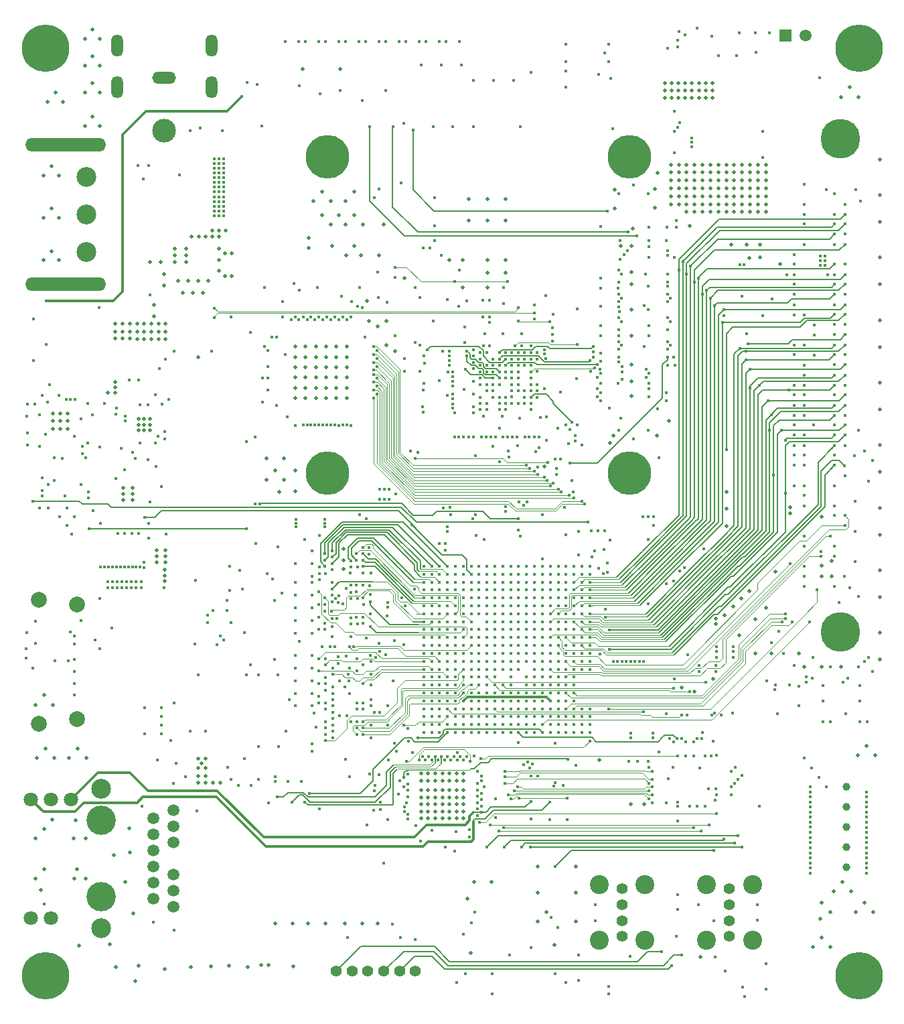
<source format=gbr>
G04 (created by PCBNEW (2013-07-07 BZR 4022)-stable) date 10/02/2015 04:29:17*
%MOIN*%
G04 Gerber Fmt 3.4, Leading zero omitted, Abs format*
%FSLAX34Y34*%
G01*
G70*
G90*
G04 APERTURE LIST*
%ADD10C,0.00590551*%
%ADD11C,0.019685*%
%ADD12R,0.0597X0.0597*%
%ADD13C,0.0597*%
%ADD14C,0.23622*%
%ADD15C,0.0787402*%
%ADD16C,0.216535*%
%ADD17C,0.0708661*%
%ADD18C,0.0590551*%
%ADD19C,0.0984252*%
%ADD20C,0.145669*%
%ADD21C,0.0393701*%
%ADD22C,0.0944882*%
%ADD23C,0.0551181*%
%ADD24C,0.015748*%
%ADD25C,0.19685*%
%ADD26O,0.401575X0.0669291*%
%ADD27O,0.0590551X0.110236*%
%ADD28O,0.11811X0.0590551*%
%ADD29C,0.11811*%
%ADD30C,0.011811*%
%ADD31C,0.00787402*%
%ADD32C,0.00393701*%
G04 APERTURE END LIST*
G54D10*
G54D11*
X71889Y-46692D03*
X71531Y-46232D03*
X71141Y-46692D03*
X71141Y-44566D03*
X71531Y-44106D03*
X71889Y-44566D03*
X71889Y-42480D03*
X71531Y-42019D03*
X71141Y-42480D03*
X71338Y-38818D03*
X71728Y-38358D03*
X72086Y-38818D03*
X73937Y-40000D03*
X73578Y-39539D03*
X73188Y-40000D03*
X73188Y-35669D03*
X73578Y-35208D03*
X73937Y-35669D03*
X73937Y-37007D03*
X73578Y-36547D03*
X73188Y-37007D03*
X73188Y-38346D03*
X73578Y-37885D03*
X73937Y-38346D03*
X104094Y-38602D03*
X104094Y-37874D03*
X104094Y-38248D03*
X103759Y-38248D03*
X103759Y-37874D03*
X103759Y-38602D03*
X103405Y-38602D03*
X103405Y-37874D03*
X103405Y-38248D03*
X103070Y-38248D03*
X103070Y-37874D03*
X103070Y-38602D03*
X105118Y-59055D03*
X105118Y-58208D03*
X105118Y-59921D03*
X107559Y-62185D03*
X88188Y-50925D03*
X88637Y-51200D03*
X93236Y-43653D03*
X92291Y-43653D03*
X94141Y-43653D03*
X94141Y-44716D03*
X94133Y-46673D03*
X94133Y-47303D03*
X92291Y-44716D03*
X84019Y-37181D03*
X85889Y-37185D03*
X79074Y-48307D03*
X78582Y-48307D03*
X78070Y-48307D03*
X77212Y-49850D03*
X77212Y-50598D03*
X77212Y-50244D03*
X76858Y-50244D03*
X76858Y-50598D03*
X76858Y-49850D03*
X76503Y-49850D03*
X76503Y-50598D03*
X76503Y-50244D03*
X75082Y-50236D03*
X75082Y-50590D03*
X75082Y-49842D03*
X74708Y-50236D03*
X74708Y-50590D03*
X74708Y-49842D03*
X75866Y-54866D03*
X76417Y-54866D03*
X76141Y-54866D03*
X76141Y-55141D03*
X76141Y-54590D03*
X76417Y-54590D03*
X76417Y-55141D03*
X75866Y-55141D03*
X71968Y-54688D03*
X71968Y-54314D03*
X71968Y-55062D03*
X72342Y-55062D03*
X72342Y-54314D03*
X72342Y-54688D03*
X75570Y-58307D03*
X75098Y-58307D03*
X77165Y-62637D03*
X106279Y-63129D03*
X105039Y-64330D03*
X79527Y-45216D03*
X80196Y-45216D03*
X79862Y-45216D03*
X79192Y-45511D03*
X79527Y-45511D03*
X78858Y-45511D03*
X78503Y-45511D03*
X77677Y-46456D03*
X78228Y-46456D03*
X78228Y-46791D03*
X77677Y-46791D03*
X84330Y-45570D03*
X78826Y-51507D03*
X79330Y-47696D03*
X78838Y-47696D03*
X78326Y-47696D03*
X77834Y-47696D03*
X76625Y-48897D03*
X77145Y-47933D03*
X77145Y-47381D03*
X77677Y-46122D03*
X78228Y-46122D03*
X76968Y-46791D03*
X79862Y-46673D03*
X86200Y-46437D03*
X86590Y-45976D03*
X86948Y-46437D03*
X85511Y-45964D03*
X84330Y-46082D03*
X80511Y-46358D03*
X80177Y-46358D03*
X80177Y-47480D03*
X80511Y-47480D03*
X74350Y-53287D03*
X74685Y-53011D03*
X74685Y-52736D03*
X74685Y-53287D03*
X75437Y-49842D03*
X75437Y-50590D03*
X75437Y-50236D03*
X98807Y-71535D03*
X104606Y-64507D03*
X105866Y-63523D03*
X105452Y-63897D03*
X107106Y-63976D03*
X104606Y-64783D03*
X106555Y-64527D03*
X105767Y-65354D03*
X106555Y-66259D03*
X103149Y-41929D03*
X103149Y-42322D03*
X103149Y-42716D03*
X103149Y-43503D03*
X103149Y-43110D03*
X103149Y-43897D03*
X103149Y-44291D03*
X102755Y-43897D03*
X102362Y-43897D03*
X102755Y-43110D03*
X102362Y-43110D03*
X102362Y-43503D03*
X102755Y-43503D03*
X102755Y-42716D03*
X102362Y-42716D03*
X102362Y-42322D03*
X102755Y-42322D03*
X102755Y-41929D03*
X102362Y-41929D03*
X103543Y-41929D03*
X103937Y-41929D03*
X103937Y-42322D03*
X103543Y-42322D03*
X103543Y-42716D03*
X103937Y-42716D03*
X103937Y-43503D03*
X103543Y-43503D03*
X103543Y-43110D03*
X103937Y-43110D03*
X103543Y-43897D03*
X103937Y-43897D03*
X103937Y-44291D03*
X103543Y-44291D03*
X107791Y-46889D03*
X101716Y-42334D03*
X106811Y-45925D03*
X106259Y-46570D03*
X93228Y-47303D03*
X93228Y-46673D03*
X93228Y-48051D03*
X92007Y-48051D03*
X100354Y-73759D03*
X101023Y-73759D03*
X97637Y-79586D03*
X97637Y-78129D03*
X97637Y-76830D03*
X95748Y-76830D03*
X95748Y-78129D03*
X93425Y-77618D03*
X92559Y-77618D03*
X92240Y-78448D03*
X92389Y-81149D03*
X96566Y-80759D03*
X95748Y-79586D03*
X96181Y-79114D03*
X74629Y-76291D03*
X75216Y-77602D03*
X75401Y-74960D03*
X87755Y-79665D03*
X87007Y-79665D03*
X86141Y-79665D03*
X82677Y-79665D03*
X83543Y-79665D03*
X85157Y-79665D03*
X84291Y-79665D03*
X79940Y-72677D03*
X79566Y-72677D03*
X78838Y-72677D03*
X79192Y-72677D03*
X109862Y-59429D03*
X110354Y-62401D03*
X110354Y-61633D03*
X109862Y-61870D03*
X109862Y-62401D03*
X108720Y-66259D03*
X107381Y-66259D03*
X104468Y-67500D03*
X103543Y-68129D03*
X102893Y-67933D03*
X99872Y-45964D03*
X81960Y-81755D03*
X81299Y-81830D03*
X83578Y-81799D03*
X82334Y-81755D03*
X102066Y-38602D03*
X102066Y-37874D03*
X102066Y-38248D03*
X102401Y-38248D03*
X102401Y-37874D03*
X102401Y-38602D03*
X102736Y-38602D03*
X102736Y-37874D03*
X102736Y-38248D03*
X104429Y-38248D03*
X104429Y-37874D03*
X104429Y-38602D03*
X103291Y-44980D03*
X106799Y-46555D03*
X83110Y-57618D03*
X82244Y-57618D03*
X82677Y-57145D03*
X103822Y-81342D03*
X93236Y-44716D03*
X86614Y-44429D03*
X86181Y-44901D03*
X87047Y-44901D03*
X85822Y-44440D03*
X86181Y-43759D03*
X86614Y-43287D03*
X87771Y-49980D03*
X85000Y-43287D03*
X84566Y-43759D03*
X85433Y-43759D03*
X85433Y-44901D03*
X85000Y-44429D03*
X86062Y-62027D03*
X86062Y-61043D03*
X86062Y-61594D03*
X82244Y-56555D03*
X83110Y-56555D03*
X83677Y-58188D03*
X83681Y-57141D03*
X82881Y-58212D03*
X88070Y-44901D03*
X92007Y-46673D03*
X91338Y-46673D03*
X87834Y-46437D03*
X89094Y-47578D03*
X87248Y-48700D03*
X88188Y-49704D03*
X87322Y-49704D03*
X96062Y-56948D03*
X99318Y-55787D03*
X101653Y-55413D03*
X102283Y-54685D03*
X99488Y-55413D03*
X100393Y-53444D03*
X100393Y-52696D03*
X100393Y-51870D03*
X100393Y-50452D03*
X100393Y-49153D03*
X100393Y-47893D03*
X100393Y-47263D03*
X100393Y-45964D03*
X100472Y-45098D03*
X106141Y-45925D03*
X105354Y-45925D03*
X99566Y-43169D03*
X99566Y-44114D03*
X101574Y-43129D03*
X101574Y-44074D03*
X111259Y-38090D03*
X110826Y-38562D03*
X111692Y-38562D03*
X112755Y-52775D03*
X112755Y-51003D03*
X112755Y-47893D03*
X112755Y-49665D03*
X112755Y-43444D03*
X112755Y-41673D03*
X112755Y-44783D03*
X112755Y-46555D03*
X112755Y-58996D03*
X112755Y-57224D03*
X112755Y-54114D03*
X112755Y-55885D03*
X112755Y-62106D03*
X112755Y-60334D03*
X112755Y-63444D03*
X112755Y-65216D03*
X112755Y-66555D03*
X110826Y-66909D03*
X109015Y-66909D03*
X109881Y-66909D03*
X112086Y-70846D03*
X111653Y-71318D03*
X112519Y-71318D03*
X111338Y-78090D03*
X110472Y-78090D03*
X110905Y-77618D03*
X112007Y-78641D03*
X111574Y-79114D03*
X112440Y-79114D03*
X110314Y-79114D03*
X109811Y-79460D03*
X109881Y-78641D03*
X109881Y-80374D03*
X109448Y-80846D03*
X110314Y-80846D03*
X79192Y-72342D03*
X78838Y-72342D03*
X75881Y-81791D03*
X75688Y-82531D03*
X77169Y-81933D03*
X74440Y-80720D03*
X72909Y-80791D03*
X74724Y-81830D03*
X72795Y-76988D03*
X72669Y-77452D03*
X73228Y-77460D03*
X71000Y-78023D03*
X70748Y-77460D03*
X71181Y-76988D03*
X71181Y-74980D03*
X70748Y-75452D03*
X71566Y-74507D03*
X73228Y-75452D03*
X72641Y-75456D03*
X72732Y-74559D03*
X72834Y-70964D03*
X72401Y-71437D03*
X73267Y-71437D03*
X71653Y-71437D03*
X70787Y-71437D03*
X71220Y-70964D03*
X71181Y-68326D03*
X70748Y-68799D03*
X71614Y-68799D03*
X80362Y-81791D03*
X78468Y-81858D03*
X79468Y-81811D03*
X75598Y-79181D03*
X75448Y-76149D03*
X76625Y-49468D03*
X75570Y-58602D03*
X75098Y-58602D03*
X79862Y-47224D03*
X79862Y-45511D03*
X79862Y-46102D03*
X76417Y-46791D03*
X75570Y-58011D03*
X75098Y-58011D03*
X92047Y-74429D03*
X91692Y-74429D03*
X90984Y-74429D03*
X91338Y-74429D03*
X90629Y-74429D03*
X90275Y-74429D03*
X89921Y-74429D03*
X89921Y-74114D03*
X90275Y-74114D03*
X90629Y-74114D03*
X91338Y-74114D03*
X90984Y-74114D03*
X91692Y-74114D03*
X92047Y-74114D03*
X92047Y-73759D03*
X91692Y-73759D03*
X90984Y-73759D03*
X91338Y-73759D03*
X90629Y-73759D03*
X90275Y-73759D03*
X89921Y-73759D03*
X89921Y-73051D03*
X90275Y-73051D03*
X90629Y-73051D03*
X91338Y-73051D03*
X90984Y-73051D03*
X91692Y-73051D03*
X92047Y-73051D03*
X92047Y-73405D03*
X91692Y-73405D03*
X90984Y-73405D03*
X91338Y-73405D03*
X90629Y-73405D03*
X90275Y-73405D03*
X89921Y-73405D03*
X89921Y-72578D03*
X90275Y-72578D03*
X90629Y-72578D03*
X91338Y-72578D03*
X90984Y-72578D03*
X91692Y-72578D03*
X92047Y-72578D03*
X92047Y-72224D03*
X91692Y-72224D03*
X90984Y-72224D03*
X91338Y-72224D03*
X90629Y-72224D03*
X90275Y-72224D03*
X89921Y-72224D03*
X77165Y-62362D03*
X77165Y-62086D03*
X77204Y-61417D03*
X76771Y-61417D03*
X76771Y-61712D03*
X77204Y-61712D03*
X77204Y-61122D03*
X76771Y-61122D03*
X71594Y-54688D03*
X71594Y-54314D03*
X71594Y-55062D03*
X76149Y-50244D03*
X75795Y-50244D03*
X75795Y-50598D03*
X76149Y-50598D03*
X75795Y-49850D03*
X76149Y-49850D03*
X75866Y-54590D03*
X108307Y-58976D03*
X108307Y-59291D03*
X104330Y-44291D03*
X104724Y-44291D03*
X105511Y-44291D03*
X105118Y-44291D03*
X105905Y-44291D03*
X106299Y-44291D03*
X106692Y-44291D03*
X107086Y-44291D03*
X107086Y-43897D03*
X106692Y-43897D03*
X106299Y-43897D03*
X105905Y-43897D03*
X105118Y-43897D03*
X105511Y-43897D03*
X104724Y-43897D03*
X104330Y-43897D03*
X107086Y-43110D03*
X106692Y-43110D03*
X106299Y-43110D03*
X105905Y-43110D03*
X105118Y-43110D03*
X105511Y-43110D03*
X104724Y-43110D03*
X104330Y-43110D03*
X104330Y-43503D03*
X104724Y-43503D03*
X105511Y-43503D03*
X105118Y-43503D03*
X105905Y-43503D03*
X106299Y-43503D03*
X106692Y-43503D03*
X107086Y-43503D03*
X107086Y-42716D03*
X106692Y-42716D03*
X106299Y-42716D03*
X105905Y-42716D03*
X105118Y-42716D03*
X105511Y-42716D03*
X104724Y-42716D03*
X104330Y-42716D03*
X104330Y-42322D03*
X104724Y-42322D03*
X105511Y-42322D03*
X105118Y-42322D03*
X105905Y-42322D03*
X106299Y-42322D03*
X106692Y-42322D03*
X107086Y-42322D03*
X107086Y-41929D03*
X106692Y-41929D03*
X106299Y-41929D03*
X105905Y-41929D03*
X105118Y-41929D03*
X105511Y-41929D03*
X104724Y-41929D03*
G54D12*
X108083Y-35511D03*
G54D13*
X109083Y-35511D03*
G54D14*
X111732Y-82283D03*
X111732Y-36141D03*
X71220Y-36141D03*
X71220Y-82283D03*
G54D11*
X104330Y-41929D03*
G54D15*
X70885Y-63562D03*
X72814Y-63799D03*
X72814Y-69507D03*
X70885Y-69744D03*
G54D11*
X78838Y-71948D03*
X78838Y-71476D03*
X79192Y-71476D03*
X79192Y-71948D03*
X79015Y-71712D03*
X83661Y-53543D03*
X83661Y-53031D03*
X83661Y-52007D03*
X83661Y-52519D03*
X83661Y-51496D03*
X83661Y-50984D03*
X84173Y-51496D03*
X84173Y-52519D03*
X84173Y-52007D03*
X84173Y-53031D03*
X84173Y-53543D03*
X84173Y-50984D03*
X84685Y-53543D03*
X84685Y-53031D03*
X84685Y-52007D03*
X84685Y-52519D03*
X84685Y-51496D03*
X84685Y-50984D03*
X85196Y-51496D03*
X85196Y-52519D03*
X85196Y-52007D03*
X85196Y-53031D03*
X85196Y-53543D03*
X85196Y-50984D03*
X85708Y-53543D03*
X85708Y-53031D03*
X85708Y-52007D03*
X85708Y-52519D03*
X85708Y-51496D03*
X85708Y-50984D03*
X86220Y-50984D03*
X86220Y-51496D03*
X86220Y-52007D03*
X86220Y-53543D03*
X86220Y-53031D03*
X86220Y-52519D03*
G54D16*
X100291Y-41531D03*
X85251Y-41531D03*
X100291Y-57279D03*
X85251Y-57279D03*
G54D17*
X71515Y-79417D03*
X70515Y-79417D03*
X72515Y-73496D03*
X71515Y-73496D03*
G54D18*
X77614Y-78854D03*
X77614Y-78055D03*
X77614Y-77255D03*
X77614Y-75657D03*
X77614Y-74858D03*
X77614Y-74059D03*
X76614Y-78454D03*
X76614Y-77655D03*
X76614Y-76856D03*
X76614Y-74458D03*
X76614Y-75257D03*
G54D19*
X74015Y-79921D03*
G54D20*
X74015Y-78356D03*
X74015Y-74557D03*
G54D19*
X74015Y-72992D03*
G54D18*
X76614Y-76057D03*
G54D17*
X70515Y-73496D03*
G54D21*
X111102Y-72881D03*
X111102Y-73881D03*
X111102Y-74881D03*
X111102Y-75881D03*
X111102Y-76881D03*
G54D22*
X106417Y-77755D03*
X104133Y-77755D03*
X106417Y-80511D03*
X104133Y-80511D03*
G54D23*
X105275Y-77952D03*
X105275Y-78740D03*
X105275Y-79527D03*
X105275Y-80314D03*
G54D22*
X101082Y-77755D03*
X98799Y-77755D03*
X101082Y-80511D03*
X98799Y-80511D03*
G54D23*
X99940Y-77952D03*
X99940Y-78740D03*
X99940Y-79527D03*
X99940Y-80314D03*
G54D24*
X98326Y-61909D03*
X98326Y-62303D03*
X98326Y-62696D03*
X98326Y-63090D03*
X98326Y-63484D03*
X98326Y-63877D03*
X98326Y-64271D03*
X98326Y-64665D03*
X98326Y-65059D03*
X98326Y-65452D03*
X98326Y-65846D03*
X98326Y-66240D03*
X98326Y-66633D03*
X98326Y-67027D03*
X98326Y-68996D03*
X98326Y-69389D03*
X98326Y-69783D03*
X98326Y-70177D03*
X97933Y-61909D03*
X97933Y-62303D03*
X97933Y-62696D03*
X97933Y-63090D03*
X97933Y-63484D03*
X97933Y-63877D03*
X97933Y-64271D03*
X97933Y-64665D03*
X97933Y-65059D03*
X97933Y-65452D03*
X97933Y-65846D03*
X97933Y-66240D03*
X97933Y-66633D03*
X97933Y-67027D03*
X97933Y-68996D03*
X97933Y-69389D03*
X97933Y-69783D03*
X97933Y-70177D03*
X97539Y-61909D03*
X97539Y-62303D03*
X97539Y-62696D03*
X97539Y-63090D03*
X97539Y-63484D03*
X97539Y-63877D03*
X97539Y-64271D03*
X97539Y-64665D03*
X97539Y-65059D03*
X97539Y-65452D03*
X97539Y-65846D03*
X97539Y-66240D03*
X97539Y-66633D03*
X97539Y-67027D03*
X97539Y-67421D03*
X97539Y-67814D03*
X97539Y-68208D03*
X97539Y-68602D03*
X97539Y-68996D03*
X97539Y-69389D03*
X97539Y-69783D03*
X97539Y-70177D03*
X97145Y-61909D03*
X97145Y-62303D03*
X97145Y-62696D03*
X97145Y-63090D03*
X97145Y-63484D03*
X97145Y-63877D03*
X97145Y-64271D03*
X97145Y-64665D03*
X97145Y-65059D03*
X97145Y-65452D03*
X97145Y-65846D03*
X97145Y-66240D03*
X97145Y-66633D03*
X97145Y-67027D03*
X97145Y-67421D03*
X97145Y-67814D03*
X97145Y-68208D03*
X97145Y-68602D03*
X97145Y-68996D03*
X97145Y-69389D03*
X97145Y-69783D03*
X97145Y-70177D03*
X96751Y-61909D03*
X96751Y-62303D03*
X96751Y-62696D03*
X96751Y-63090D03*
X96751Y-63484D03*
X96751Y-63877D03*
X96751Y-64271D03*
X96751Y-64665D03*
X96751Y-65059D03*
X96751Y-65452D03*
X96751Y-65846D03*
X96751Y-66240D03*
X96751Y-66633D03*
X96751Y-67027D03*
X96751Y-67421D03*
X96751Y-67814D03*
X96751Y-68208D03*
X96751Y-68602D03*
X96751Y-68996D03*
X96751Y-69389D03*
X96751Y-69783D03*
X96751Y-70177D03*
X96358Y-61909D03*
X96358Y-62303D03*
X96358Y-62696D03*
X96358Y-63090D03*
X96358Y-63484D03*
X96358Y-63877D03*
X96358Y-64271D03*
X96358Y-64665D03*
X96358Y-65059D03*
X96358Y-65452D03*
X96358Y-65846D03*
X96358Y-66240D03*
X96358Y-66633D03*
X96358Y-67027D03*
X96358Y-67421D03*
X96358Y-67814D03*
X96358Y-68208D03*
X96358Y-68602D03*
X96358Y-68996D03*
X96358Y-69389D03*
X96358Y-69783D03*
X96358Y-70177D03*
X95964Y-61909D03*
X95964Y-62303D03*
X95964Y-62696D03*
X95964Y-63090D03*
X95964Y-63484D03*
X95964Y-63877D03*
X95964Y-64271D03*
X95964Y-64665D03*
X95964Y-65059D03*
X95964Y-65452D03*
X95964Y-65846D03*
X95964Y-66240D03*
X95964Y-66633D03*
X95964Y-67027D03*
X95964Y-67421D03*
X95964Y-67814D03*
X95964Y-68208D03*
X95964Y-68602D03*
X95964Y-68996D03*
X95964Y-69389D03*
X95964Y-69783D03*
X95964Y-70177D03*
X95570Y-61909D03*
X95570Y-62303D03*
X95570Y-62696D03*
X95570Y-63090D03*
X95570Y-63484D03*
X95570Y-63877D03*
X95570Y-64271D03*
X95570Y-64665D03*
X95570Y-65059D03*
X95570Y-65452D03*
X95570Y-65846D03*
X95570Y-66240D03*
X95570Y-66633D03*
X95570Y-67027D03*
X95570Y-67421D03*
X95570Y-67814D03*
X95570Y-68208D03*
X95570Y-68602D03*
X95570Y-68996D03*
X95570Y-69389D03*
X95570Y-69783D03*
X95570Y-70177D03*
X95177Y-61909D03*
X95177Y-62303D03*
X95177Y-62696D03*
X95177Y-63090D03*
X95177Y-63484D03*
X95177Y-63877D03*
X95177Y-64271D03*
X95177Y-64665D03*
X95177Y-65059D03*
X95177Y-65452D03*
X95177Y-65846D03*
X95177Y-66240D03*
X95177Y-66633D03*
X95177Y-67421D03*
X95177Y-67814D03*
X95177Y-68208D03*
X95177Y-68602D03*
X95177Y-68996D03*
X95177Y-69389D03*
X95177Y-69783D03*
X95177Y-70177D03*
X94783Y-61909D03*
X94783Y-62303D03*
X94783Y-62696D03*
X94783Y-63090D03*
X94783Y-63484D03*
X94783Y-63877D03*
X94783Y-64271D03*
X94783Y-64665D03*
X94783Y-65059D03*
X94783Y-65452D03*
X94783Y-65846D03*
X94783Y-66240D03*
X94783Y-66633D03*
X94783Y-67027D03*
X94783Y-68208D03*
X94783Y-68602D03*
X94783Y-68996D03*
X94783Y-69389D03*
X94783Y-69783D03*
X94783Y-70177D03*
X94389Y-61909D03*
X94389Y-62303D03*
X94389Y-62696D03*
X94389Y-63090D03*
X94389Y-63484D03*
X94389Y-63877D03*
X94389Y-64271D03*
X94389Y-64665D03*
X94389Y-65059D03*
X94389Y-65452D03*
X94389Y-65846D03*
X94389Y-66240D03*
X94389Y-66633D03*
X94389Y-67027D03*
X94389Y-67421D03*
X94389Y-67814D03*
X94389Y-68208D03*
X94389Y-68602D03*
X94389Y-68996D03*
X94389Y-69389D03*
X94389Y-69783D03*
X94389Y-70177D03*
X93996Y-61909D03*
X93996Y-62303D03*
X93996Y-62696D03*
X93996Y-63090D03*
X93996Y-63484D03*
X93996Y-63877D03*
X93996Y-64271D03*
X93996Y-64665D03*
X93996Y-65059D03*
X93996Y-65452D03*
X93996Y-65846D03*
X93996Y-66240D03*
X93996Y-66633D03*
X93996Y-67027D03*
X93996Y-67814D03*
X93996Y-68208D03*
X93996Y-68602D03*
X93996Y-68996D03*
X93996Y-69389D03*
X93996Y-69783D03*
X93996Y-70177D03*
X93602Y-61909D03*
X93602Y-62303D03*
X93602Y-62696D03*
X93602Y-63090D03*
X93602Y-63484D03*
X93602Y-63877D03*
X93602Y-64271D03*
X93602Y-64665D03*
X93602Y-65059D03*
X93602Y-65452D03*
X93602Y-65846D03*
X93602Y-66240D03*
X93602Y-66633D03*
X93602Y-67027D03*
X93602Y-67421D03*
X93602Y-67814D03*
X93602Y-68208D03*
X93602Y-68602D03*
X93602Y-68996D03*
X93602Y-69389D03*
X93602Y-69783D03*
X93602Y-70177D03*
X93208Y-61909D03*
X93208Y-62303D03*
X93208Y-62696D03*
X93208Y-63090D03*
X93208Y-63484D03*
X93208Y-63877D03*
X93208Y-64271D03*
X93208Y-64665D03*
X93208Y-65059D03*
X93208Y-65452D03*
X93208Y-65846D03*
X93208Y-66240D03*
X93208Y-66633D03*
X93208Y-67027D03*
X93208Y-67421D03*
X93208Y-67814D03*
X93208Y-68208D03*
X93208Y-68602D03*
X93208Y-68996D03*
X93208Y-69389D03*
X93208Y-69783D03*
X93208Y-70177D03*
X92814Y-61909D03*
X92814Y-62303D03*
X92814Y-62696D03*
X92814Y-63090D03*
X92814Y-63484D03*
X92814Y-63877D03*
X92814Y-64271D03*
X92814Y-65059D03*
X92814Y-65452D03*
X92814Y-65846D03*
X92814Y-66240D03*
X92814Y-66633D03*
X92814Y-67027D03*
X92814Y-67421D03*
X92814Y-67814D03*
X92814Y-68208D03*
X92814Y-68602D03*
X92814Y-68996D03*
X92814Y-69389D03*
X92814Y-69783D03*
X92814Y-70177D03*
X92421Y-61909D03*
X92421Y-62303D03*
X92421Y-62696D03*
X92421Y-63090D03*
X92421Y-63484D03*
X92421Y-63877D03*
X92421Y-64271D03*
X92421Y-64665D03*
X92421Y-65059D03*
X92421Y-65452D03*
X92421Y-65846D03*
X92421Y-66240D03*
X92421Y-66633D03*
X92421Y-67027D03*
X92421Y-67421D03*
X92421Y-67814D03*
X92421Y-68208D03*
X92421Y-68602D03*
X92421Y-68996D03*
X92421Y-69389D03*
X92421Y-69783D03*
X92421Y-70177D03*
X92027Y-61909D03*
X92027Y-62303D03*
X92027Y-62696D03*
X92027Y-63090D03*
X92027Y-63484D03*
X92027Y-63877D03*
X92027Y-64271D03*
X92027Y-64665D03*
X92027Y-65059D03*
X92027Y-65452D03*
X92027Y-65846D03*
X92027Y-66240D03*
X92027Y-66633D03*
X92027Y-67027D03*
X92027Y-67421D03*
X92027Y-67814D03*
X92027Y-68208D03*
X92027Y-68602D03*
X92027Y-68996D03*
X92027Y-69389D03*
X92027Y-69783D03*
X92027Y-70177D03*
X91633Y-61909D03*
X91633Y-62303D03*
X91633Y-62696D03*
X91633Y-63090D03*
X91633Y-63484D03*
X91633Y-63877D03*
X91633Y-64271D03*
X91633Y-64665D03*
X91633Y-65059D03*
X91633Y-65452D03*
X91633Y-65846D03*
X91633Y-66240D03*
X91633Y-66633D03*
X91633Y-67027D03*
X91633Y-67421D03*
X91633Y-67814D03*
X91633Y-68208D03*
X91633Y-68602D03*
X91633Y-68996D03*
X91633Y-69389D03*
X91633Y-69783D03*
X91633Y-70177D03*
X91240Y-61909D03*
X91240Y-62303D03*
X91240Y-62696D03*
X91240Y-63090D03*
X91240Y-63484D03*
X91240Y-63877D03*
X91240Y-64271D03*
X91240Y-64665D03*
X91240Y-65059D03*
X91240Y-65452D03*
X91240Y-65846D03*
X91240Y-66240D03*
X91240Y-66633D03*
X91240Y-67027D03*
X91240Y-67421D03*
X91240Y-67814D03*
X91240Y-68208D03*
X91240Y-68602D03*
X91240Y-68996D03*
X91240Y-69389D03*
X91240Y-69783D03*
X91240Y-70177D03*
X90846Y-61909D03*
X90846Y-62303D03*
X90846Y-62696D03*
X90846Y-63090D03*
X90846Y-63484D03*
X90846Y-63877D03*
X90846Y-64271D03*
X90846Y-64665D03*
X90846Y-65059D03*
X90846Y-65452D03*
X90846Y-65846D03*
X90846Y-66240D03*
X90846Y-66633D03*
X90846Y-67027D03*
X90846Y-67421D03*
X90846Y-67814D03*
X90846Y-68208D03*
X90846Y-68602D03*
X90846Y-68996D03*
X90846Y-69389D03*
X90846Y-69783D03*
X90846Y-70177D03*
X90452Y-61909D03*
X90452Y-62303D03*
X90452Y-62696D03*
X90452Y-63090D03*
X90452Y-63484D03*
X90452Y-63877D03*
X90452Y-64271D03*
X90452Y-64665D03*
X90452Y-65059D03*
X90452Y-65452D03*
X90452Y-65846D03*
X90452Y-66240D03*
X90452Y-66633D03*
X90452Y-67027D03*
X90452Y-67421D03*
X90452Y-67814D03*
X90452Y-68208D03*
X90452Y-68602D03*
X90452Y-68996D03*
X90452Y-69389D03*
X90452Y-69783D03*
X90452Y-70177D03*
X90059Y-61909D03*
X90059Y-62303D03*
X90059Y-62696D03*
X90059Y-63090D03*
X90059Y-63484D03*
X90059Y-63877D03*
X90059Y-64271D03*
X90059Y-64665D03*
X90059Y-65059D03*
X90059Y-65452D03*
X90059Y-65846D03*
X90059Y-66240D03*
X90059Y-66633D03*
X90059Y-67027D03*
X90059Y-67421D03*
X90059Y-67814D03*
X90059Y-68208D03*
X90059Y-68602D03*
X90059Y-68996D03*
X90059Y-69389D03*
X90059Y-69783D03*
X90059Y-70177D03*
G54D25*
X110787Y-40633D03*
X110787Y-65192D03*
G54D24*
X80102Y-44000D03*
X79866Y-44000D03*
X79629Y-44236D03*
X79629Y-44000D03*
X79629Y-44472D03*
X79866Y-44472D03*
X80102Y-44472D03*
X80102Y-44236D03*
X79866Y-44236D03*
X79629Y-43055D03*
X79866Y-43055D03*
X80102Y-43055D03*
X79866Y-43527D03*
X80102Y-43527D03*
X80102Y-43763D03*
X79866Y-43763D03*
X79629Y-43763D03*
X79629Y-43291D03*
X79629Y-43527D03*
X79866Y-43291D03*
X80102Y-43291D03*
X80102Y-42346D03*
X79866Y-42346D03*
X79629Y-42582D03*
X79629Y-42346D03*
X79629Y-42818D03*
X79866Y-42818D03*
X80102Y-42818D03*
X80102Y-42582D03*
X79866Y-42582D03*
X79866Y-41874D03*
X80102Y-41874D03*
X80102Y-42110D03*
X79866Y-42110D03*
X79629Y-42110D03*
X79629Y-41637D03*
X79629Y-41874D03*
X79866Y-41637D03*
X80102Y-41637D03*
G54D19*
X73251Y-42539D03*
X73251Y-44409D03*
X73251Y-46279D03*
G54D26*
X72244Y-47874D03*
X72244Y-40944D03*
G54D27*
X74803Y-38066D03*
X74803Y-36019D03*
X79488Y-36019D03*
G54D28*
X77145Y-37614D03*
G54D27*
X79488Y-38066D03*
G54D29*
X77145Y-40232D03*
G54D23*
X85708Y-82047D03*
X86496Y-82047D03*
X89645Y-82047D03*
X88858Y-82047D03*
X88070Y-82047D03*
X87283Y-82047D03*
G54D24*
X99468Y-40137D03*
X94822Y-54557D03*
X89271Y-73051D03*
X87606Y-73062D03*
X95389Y-73602D03*
X92923Y-74143D03*
X96326Y-73629D03*
X92539Y-74645D03*
X82751Y-73385D03*
X90462Y-71545D03*
X83507Y-73649D03*
X90620Y-71377D03*
X84149Y-73633D03*
X90935Y-71377D03*
X84377Y-73212D03*
X91250Y-71377D03*
X91407Y-71545D03*
X91564Y-71377D03*
X91879Y-71377D03*
X92037Y-71545D03*
X92923Y-73828D03*
X92746Y-73671D03*
X92923Y-73513D03*
X92746Y-73356D03*
X92746Y-73041D03*
X93080Y-72883D03*
X92746Y-72726D03*
X92923Y-72568D03*
X102755Y-47185D03*
X111023Y-44409D03*
X110511Y-44881D03*
X102952Y-46751D03*
X99763Y-47185D03*
X102185Y-48759D03*
X105000Y-49133D03*
X111023Y-48897D03*
X99763Y-48759D03*
X104921Y-49763D03*
X110511Y-49370D03*
X103149Y-47381D03*
X102185Y-47381D03*
X111023Y-44881D03*
X110511Y-45393D03*
X103346Y-46968D03*
X99901Y-47381D03*
X103543Y-47775D03*
X102185Y-47775D03*
X111023Y-45905D03*
X99763Y-47775D03*
X103740Y-47578D03*
X110511Y-46889D03*
X103937Y-48366D03*
X102185Y-48366D03*
X111023Y-47401D03*
X104133Y-48188D03*
X99763Y-48366D03*
X110511Y-47874D03*
X104330Y-48562D03*
X102322Y-48562D03*
X111023Y-47874D03*
X104527Y-48956D03*
X99901Y-48562D03*
X110511Y-48385D03*
X102185Y-49547D03*
X106102Y-51653D03*
X110511Y-51377D03*
X99763Y-49547D03*
X105787Y-51062D03*
X110511Y-50905D03*
X102185Y-51122D03*
X108070Y-55629D03*
X110511Y-55393D03*
X108070Y-58267D03*
X99763Y-51122D03*
X111023Y-55393D03*
X102322Y-49744D03*
X106299Y-52125D03*
X111023Y-51889D03*
X106771Y-52913D03*
X99901Y-49744D03*
X111023Y-52401D03*
X102185Y-50137D03*
X107204Y-53661D03*
X111023Y-53385D03*
X106299Y-53051D03*
X110511Y-52401D03*
X99763Y-50137D03*
X107362Y-54370D03*
X102185Y-50728D03*
X110511Y-53897D03*
X107283Y-55157D03*
X99763Y-50728D03*
X111023Y-53897D03*
X102322Y-50925D03*
X107874Y-55157D03*
X111023Y-54881D03*
X107480Y-57381D03*
X99901Y-50925D03*
X110511Y-54409D03*
X85137Y-61909D03*
X86437Y-61633D03*
X87027Y-61909D03*
X85511Y-61141D03*
X87027Y-60964D03*
X85511Y-61771D03*
X87027Y-61594D03*
X85137Y-61594D03*
X86712Y-61594D03*
X85511Y-61456D03*
X87027Y-61279D03*
X85137Y-61279D03*
X86712Y-61279D03*
X85137Y-63484D03*
X87027Y-63484D03*
X85452Y-64153D03*
X86712Y-64429D03*
X87401Y-64291D03*
X84822Y-64429D03*
X87401Y-64921D03*
X84822Y-65059D03*
X85679Y-63523D03*
X85511Y-63031D03*
X88956Y-63464D03*
X86712Y-63169D03*
X87864Y-66151D03*
X87362Y-62874D03*
X84822Y-63169D03*
X87401Y-63661D03*
X89133Y-63877D03*
X84822Y-63799D03*
X85137Y-64744D03*
X85816Y-63700D03*
X88267Y-63952D03*
X87027Y-64744D03*
X87047Y-69645D03*
X85531Y-69803D03*
X85157Y-69645D03*
X86732Y-70275D03*
X85157Y-70590D03*
X86732Y-69645D03*
X86141Y-67921D03*
X85157Y-69960D03*
X87047Y-69960D03*
X85531Y-70118D03*
X86732Y-69960D03*
X85157Y-70275D03*
X87047Y-70275D03*
X85531Y-70433D03*
X87047Y-67755D03*
X85157Y-68070D03*
X86732Y-67125D03*
X85531Y-67283D03*
X84842Y-67125D03*
X87421Y-67283D03*
X84842Y-66496D03*
X87421Y-66653D03*
X86250Y-69330D03*
X85531Y-68543D03*
X84842Y-68385D03*
X87421Y-68543D03*
X84842Y-67755D03*
X87421Y-67814D03*
X87047Y-66811D03*
X85157Y-66811D03*
X95177Y-56889D03*
X87568Y-50984D03*
X95324Y-57037D03*
X87726Y-51181D03*
X97933Y-58661D03*
X87726Y-53346D03*
X98080Y-58809D03*
X87568Y-53543D03*
X95570Y-57185D03*
X87568Y-51377D03*
X87726Y-51574D03*
X95718Y-57332D03*
X96062Y-57480D03*
X87568Y-51771D03*
X96210Y-57627D03*
X87726Y-51968D03*
X96751Y-58070D03*
X87726Y-52559D03*
X96899Y-58218D03*
X87568Y-52755D03*
X97293Y-58366D03*
X87726Y-52952D03*
X97539Y-58513D03*
X87568Y-53149D03*
X83858Y-65649D03*
X95248Y-71637D03*
X86358Y-72364D03*
X95031Y-71787D03*
X87370Y-72228D03*
X95318Y-71940D03*
X87846Y-72287D03*
X96606Y-70704D03*
X91505Y-54055D03*
X91515Y-52952D03*
X94143Y-58956D03*
X91348Y-51909D03*
X91348Y-51683D03*
X90826Y-52687D03*
X91505Y-53572D03*
X91505Y-53346D03*
X91515Y-52470D03*
X91348Y-51427D03*
X91515Y-52726D03*
X94143Y-59173D03*
X91505Y-53828D03*
X91348Y-51200D03*
X91515Y-52244D03*
X95098Y-55492D03*
X95305Y-55492D03*
X92519Y-55492D03*
X91811Y-55492D03*
X92293Y-55492D03*
X92037Y-55492D03*
X93415Y-55492D03*
X93641Y-55492D03*
X95787Y-55492D03*
X94478Y-55492D03*
X94704Y-55492D03*
X95561Y-55492D03*
X93996Y-55492D03*
X94222Y-55492D03*
X92933Y-55492D03*
X93159Y-55492D03*
X82795Y-67322D03*
X82795Y-60954D03*
X78828Y-67322D03*
X80413Y-61909D03*
X81909Y-58799D03*
X81830Y-67322D03*
X94783Y-59547D03*
X81220Y-67322D03*
X81692Y-60787D03*
X102129Y-69228D03*
X102129Y-62779D03*
X77007Y-68937D03*
X77007Y-69370D03*
X77007Y-69803D03*
X77007Y-70236D03*
X109291Y-77165D03*
X109291Y-76909D03*
X109291Y-74645D03*
X109291Y-74389D03*
X109291Y-74143D03*
X109291Y-73887D03*
X109291Y-73641D03*
X109291Y-73385D03*
X109291Y-76663D03*
X109291Y-76407D03*
X109291Y-76161D03*
X109291Y-75905D03*
X109291Y-75649D03*
X109291Y-75403D03*
X109291Y-75147D03*
X109291Y-74891D03*
X112106Y-77165D03*
X112106Y-76909D03*
X112106Y-74645D03*
X112106Y-74389D03*
X112106Y-74143D03*
X112106Y-73887D03*
X112106Y-73631D03*
X112106Y-73385D03*
X112106Y-76663D03*
X112106Y-76407D03*
X112106Y-76161D03*
X112106Y-75905D03*
X112106Y-75649D03*
X112106Y-75403D03*
X112106Y-75147D03*
X112106Y-74901D03*
X101013Y-69143D03*
X101269Y-71909D03*
X101417Y-72106D03*
X94094Y-72106D03*
X94094Y-72391D03*
X101417Y-72500D03*
X94094Y-72696D03*
X101269Y-72696D03*
X94724Y-72893D03*
X101417Y-72893D03*
X94566Y-73090D03*
X101269Y-73090D03*
X94251Y-73287D03*
X101417Y-73287D03*
X101269Y-73484D03*
X94409Y-73484D03*
X72677Y-65767D03*
X73710Y-65570D03*
X104511Y-79535D03*
X103728Y-78740D03*
X94055Y-75866D03*
X105000Y-75492D03*
X105354Y-72893D03*
X95354Y-75866D03*
X105885Y-75866D03*
X105885Y-72303D03*
X104507Y-76043D03*
X104566Y-73543D03*
X96594Y-76850D03*
X93188Y-75866D03*
X105708Y-75314D03*
X105708Y-72500D03*
X94921Y-75866D03*
X105531Y-75688D03*
X105531Y-72696D03*
X95393Y-37350D03*
X95393Y-50954D03*
X94448Y-51289D03*
X88641Y-47047D03*
X91594Y-47755D03*
X94242Y-47755D03*
X89921Y-36968D03*
X92874Y-51289D03*
X90925Y-36968D03*
X93188Y-51919D03*
X91929Y-36968D03*
X93031Y-50954D03*
X92519Y-37736D03*
X93188Y-51289D03*
X93523Y-37736D03*
X93346Y-50954D03*
X94527Y-37736D03*
X93503Y-51604D03*
X104744Y-36496D03*
X98513Y-50964D03*
X93818Y-51289D03*
X105629Y-36496D03*
X98336Y-51692D03*
X93818Y-51604D03*
X106614Y-36338D03*
X94133Y-51919D03*
X98690Y-51879D03*
X99360Y-37647D03*
X97440Y-54728D03*
X95393Y-53494D03*
X86992Y-38740D03*
X94133Y-52549D03*
X84905Y-38409D03*
X94763Y-52864D03*
X88169Y-38248D03*
X95393Y-53809D03*
X85885Y-38244D03*
X94763Y-53179D03*
X83866Y-38015D03*
X95866Y-54498D03*
X111053Y-69242D03*
X107657Y-69232D03*
X76692Y-55787D03*
X76161Y-59488D03*
X89468Y-59842D03*
X78681Y-65787D03*
X76830Y-55452D03*
X87844Y-65738D03*
X70944Y-54389D03*
X70590Y-58681D03*
X98248Y-59724D03*
X77381Y-53622D03*
X72716Y-53622D03*
X101259Y-53484D03*
X84862Y-62263D03*
X84862Y-62578D03*
X87047Y-69015D03*
X87047Y-68700D03*
X86870Y-59360D03*
X91387Y-59360D03*
X86751Y-61948D03*
X86437Y-61948D03*
X92500Y-59527D03*
X87194Y-59527D03*
X87037Y-62253D03*
X86437Y-63523D03*
X85728Y-64507D03*
X85511Y-63661D03*
X84488Y-62401D03*
X84143Y-60570D03*
X93061Y-60570D03*
X86200Y-63011D03*
X86437Y-64783D03*
X85511Y-64921D03*
X85511Y-62086D03*
X84862Y-61948D03*
X84862Y-60374D03*
X92667Y-60374D03*
X85177Y-62263D03*
X85846Y-63366D03*
X86407Y-62234D03*
X85866Y-67598D03*
X85866Y-69330D03*
X85807Y-66417D03*
X85531Y-69488D03*
X85157Y-69015D03*
X85000Y-65925D03*
X85531Y-67913D03*
X86289Y-67283D03*
X87598Y-69173D03*
X87667Y-66427D03*
X85639Y-65925D03*
X86358Y-65925D03*
X86417Y-69645D03*
X86200Y-66368D03*
X87864Y-69173D03*
X88248Y-64374D03*
X86574Y-65925D03*
X86732Y-69015D03*
X85531Y-69173D03*
X85413Y-65925D03*
X73011Y-64625D03*
X73917Y-66003D03*
X79783Y-65816D03*
X86220Y-49635D03*
X79940Y-65383D03*
X85826Y-49635D03*
X74547Y-64980D03*
X96358Y-57923D03*
X87568Y-52372D03*
X87568Y-52155D03*
X96505Y-57775D03*
X81043Y-63031D03*
X84448Y-49517D03*
X84645Y-49635D03*
X80885Y-62106D03*
X80098Y-65580D03*
X85629Y-49517D03*
X97500Y-58208D03*
X111023Y-49370D03*
X105118Y-56102D03*
X99763Y-51515D03*
X97342Y-56791D03*
X111496Y-56417D03*
X102185Y-51515D03*
X107746Y-65137D03*
X108503Y-48385D03*
X108503Y-47874D03*
X107362Y-65698D03*
X94311Y-56486D03*
X89401Y-56161D03*
X91236Y-60165D03*
X98555Y-61129D03*
X89767Y-56240D03*
X91232Y-59937D03*
X94870Y-60425D03*
X95968Y-61555D03*
X95078Y-51917D03*
X91602Y-55480D03*
X81653Y-55472D03*
X74822Y-60275D03*
X81653Y-58799D03*
X94744Y-55905D03*
X94448Y-52234D03*
X98740Y-60137D03*
X99921Y-52244D03*
X94921Y-50954D03*
X95078Y-51604D03*
X99921Y-52608D03*
X99074Y-60137D03*
X97696Y-50875D03*
X94606Y-50954D03*
X95724Y-56984D03*
X94133Y-51289D03*
X81417Y-50285D03*
X81417Y-66811D03*
X90236Y-51141D03*
X91358Y-58984D03*
X95964Y-59360D03*
X94133Y-51604D03*
X94751Y-49720D03*
X94448Y-51604D03*
X96318Y-49753D03*
X95078Y-51289D03*
X98513Y-51515D03*
X98405Y-60137D03*
X98362Y-52220D03*
X97783Y-60185D03*
X94448Y-51919D03*
X93848Y-56722D03*
X94133Y-52234D03*
X88641Y-50433D03*
X88641Y-47539D03*
X95393Y-51289D03*
X75157Y-60275D03*
X96078Y-53062D03*
X89881Y-50925D03*
X89881Y-48543D03*
X94763Y-52234D03*
X75531Y-60275D03*
X96220Y-56732D03*
X89625Y-56555D03*
X89645Y-48041D03*
X89645Y-50767D03*
X94763Y-51919D03*
X91614Y-54291D03*
X94763Y-51604D03*
X94763Y-53809D03*
X95566Y-49614D03*
X95393Y-54124D03*
X96151Y-54488D03*
X98503Y-51259D03*
X99874Y-54547D03*
X93090Y-50334D03*
X90984Y-51200D03*
X96724Y-55059D03*
X85118Y-59763D03*
X93346Y-49763D03*
X85118Y-59566D03*
X85118Y-59960D03*
X94448Y-53484D03*
X95393Y-51604D03*
X93484Y-55944D03*
X76102Y-42637D03*
X75826Y-41968D03*
X76377Y-41968D03*
X94881Y-40039D03*
X92519Y-40039D03*
X91515Y-40039D03*
X90531Y-40039D03*
X91181Y-35807D03*
X91850Y-35807D03*
X90846Y-35807D03*
X90177Y-35807D03*
X89173Y-35807D03*
X89842Y-35807D03*
X88838Y-35807D03*
X88169Y-35807D03*
X87165Y-35807D03*
X87834Y-35807D03*
X86181Y-35807D03*
X86850Y-35807D03*
X85846Y-35807D03*
X85177Y-35807D03*
X84173Y-35807D03*
X84842Y-35807D03*
X83838Y-35807D03*
X83169Y-35807D03*
X94763Y-52549D03*
X96122Y-51564D03*
X89901Y-75570D03*
X106043Y-83326D03*
X107106Y-81673D03*
X98858Y-45019D03*
X97637Y-71811D03*
X82677Y-72362D03*
X82677Y-72618D03*
X92614Y-79094D03*
X92425Y-79633D03*
X93464Y-83169D03*
X93464Y-82165D03*
X71417Y-52874D03*
X88070Y-76692D03*
X87244Y-74763D03*
X101496Y-59862D03*
X101240Y-60570D03*
X103027Y-61964D03*
X102696Y-78976D03*
X102696Y-78228D03*
X96141Y-48435D03*
X95551Y-48897D03*
X96614Y-56574D03*
X92185Y-48700D03*
X91811Y-48976D03*
X93996Y-50334D03*
X90078Y-52795D03*
X90059Y-51437D03*
X89094Y-52224D03*
X87775Y-47283D03*
X92627Y-56397D03*
X96476Y-50374D03*
X97145Y-54862D03*
X82322Y-73661D03*
X83956Y-72618D03*
X83307Y-72618D03*
X70334Y-55866D03*
X84645Y-54893D03*
X74173Y-53818D03*
X71377Y-59015D03*
X71653Y-57637D03*
X72204Y-58425D03*
X71062Y-58425D03*
X71062Y-57519D03*
X71062Y-58149D03*
X71377Y-57834D03*
X73070Y-55944D03*
X75000Y-56043D03*
X77165Y-55570D03*
X77047Y-53838D03*
X76417Y-58700D03*
X74744Y-57539D03*
X75165Y-57094D03*
X73937Y-63523D03*
X76318Y-56614D03*
X75944Y-53877D03*
X74744Y-54350D03*
X73917Y-55964D03*
X71673Y-56515D03*
X73326Y-55767D03*
X72657Y-55433D03*
X73326Y-53799D03*
X72480Y-53622D03*
X72263Y-53622D03*
X71318Y-53740D03*
X71082Y-53405D03*
X71220Y-55354D03*
X70334Y-55275D03*
X70334Y-53838D03*
X72677Y-59429D03*
X71929Y-59429D03*
X72303Y-59862D03*
X72303Y-58996D03*
X73248Y-56515D03*
X73011Y-57834D03*
X76732Y-56929D03*
X73956Y-59763D03*
X73366Y-58208D03*
X73366Y-58523D03*
X77125Y-62992D03*
X77244Y-60314D03*
X75944Y-61929D03*
X76141Y-61722D03*
X73976Y-61929D03*
X75748Y-61929D03*
X75157Y-61929D03*
X74566Y-61929D03*
X75354Y-61929D03*
X75551Y-61929D03*
X74763Y-61929D03*
X74960Y-61929D03*
X74370Y-61929D03*
X74173Y-61929D03*
X79311Y-64704D03*
X106003Y-46909D03*
X105787Y-46909D03*
X105905Y-48464D03*
X106141Y-50334D03*
X95393Y-72342D03*
X101456Y-70196D03*
X101456Y-70452D03*
X100354Y-70196D03*
X100354Y-70452D03*
X91122Y-60767D03*
X90846Y-60767D03*
X91023Y-58996D03*
X88090Y-58070D03*
X87854Y-58070D03*
X88346Y-58070D03*
X88090Y-58562D03*
X87854Y-58562D03*
X88346Y-58562D03*
X94783Y-70688D03*
X80019Y-40255D03*
X82007Y-40000D03*
X77637Y-51200D03*
X79507Y-51200D03*
X70649Y-49625D03*
X71279Y-50866D03*
X76437Y-48405D03*
X82736Y-53917D03*
X101220Y-63779D03*
X76610Y-79602D03*
X77618Y-80015D03*
X76039Y-73850D03*
X78771Y-74062D03*
X98598Y-79535D03*
X98614Y-78740D03*
X106657Y-78755D03*
X106669Y-79515D03*
X104566Y-81350D03*
X105070Y-82031D03*
X100318Y-81314D03*
X97779Y-82507D03*
X97783Y-81228D03*
X77196Y-51598D03*
X75385Y-52645D03*
X75858Y-52633D03*
X76901Y-52090D03*
X75874Y-60275D03*
X99338Y-60614D03*
X102795Y-62157D03*
X92649Y-59354D03*
X88677Y-58311D03*
X106933Y-41566D03*
X106933Y-40287D03*
X81283Y-37846D03*
X81775Y-37929D03*
X102188Y-36141D03*
X96389Y-79389D03*
X96732Y-79881D03*
X96594Y-82165D03*
X97133Y-82622D03*
X91708Y-82618D03*
X92125Y-82169D03*
X92035Y-80204D03*
X89055Y-65807D03*
X86330Y-67598D03*
X93622Y-73484D03*
X88543Y-67598D03*
X88267Y-68858D03*
X90031Y-54228D03*
X97696Y-54862D03*
X97669Y-52586D03*
X96984Y-72811D03*
X96531Y-72846D03*
X91244Y-53405D03*
X92051Y-53106D03*
X96870Y-53244D03*
X95814Y-56015D03*
X87007Y-49051D03*
X85980Y-48468D03*
X83027Y-49500D03*
X84779Y-48055D03*
X84055Y-54893D03*
X84251Y-54893D03*
X84448Y-54893D03*
X84842Y-54889D03*
X85039Y-54893D03*
X85236Y-54893D03*
X85433Y-54893D03*
X85629Y-54893D03*
X85826Y-54897D03*
X86023Y-54893D03*
X86220Y-54893D03*
X103177Y-69322D03*
X104535Y-69196D03*
X104397Y-69322D03*
X103917Y-70177D03*
X105433Y-69212D03*
X104877Y-69318D03*
X88590Y-70720D03*
X84055Y-49517D03*
X98858Y-48070D03*
X105000Y-49429D03*
X106948Y-49429D03*
X102165Y-45039D03*
X104409Y-35551D03*
X102755Y-35314D03*
X99055Y-36377D03*
X99251Y-36811D03*
X99251Y-35944D03*
X97125Y-36811D03*
X97125Y-35944D03*
X95393Y-80866D03*
X76161Y-70236D03*
X76161Y-68937D03*
X91614Y-76062D03*
X107952Y-66259D03*
X111181Y-67480D03*
X109409Y-67480D03*
X111771Y-67854D03*
X111771Y-68602D03*
X109921Y-68602D03*
X109921Y-67854D03*
X108740Y-68838D03*
X109094Y-67677D03*
X110944Y-67677D03*
X109783Y-37598D03*
X102539Y-40275D03*
X102539Y-41358D03*
X102716Y-40078D03*
X100492Y-55570D03*
X99763Y-55137D03*
X101220Y-55137D03*
X70255Y-66476D03*
X70255Y-66003D03*
X71712Y-66614D03*
X72362Y-66614D03*
X70295Y-65196D03*
X70728Y-65748D03*
X70728Y-64645D03*
X99251Y-83169D03*
X82618Y-63622D03*
X72677Y-68326D03*
X72677Y-67736D03*
X72677Y-67145D03*
X72677Y-66555D03*
X100492Y-42933D03*
X99763Y-43366D03*
X101220Y-43366D03*
X82618Y-66535D03*
X80452Y-72519D03*
X81830Y-72519D03*
X81456Y-72814D03*
X80826Y-72814D03*
X99734Y-52795D03*
X98858Y-52795D03*
X105757Y-35364D03*
X91220Y-48641D03*
X77598Y-72696D03*
X77460Y-70570D03*
X78700Y-62598D03*
X92342Y-75374D03*
X78937Y-40098D03*
X77913Y-42460D03*
X81141Y-65216D03*
X82263Y-62283D03*
X82519Y-62559D03*
X99212Y-62194D03*
X99793Y-49251D03*
X109370Y-71929D03*
X103789Y-71929D03*
X87913Y-74015D03*
X87913Y-73641D03*
X88484Y-79704D03*
X86259Y-80393D03*
X92086Y-50009D03*
X95462Y-71742D03*
X110088Y-72883D03*
X109291Y-72883D03*
X102539Y-67519D03*
X107283Y-35364D03*
X106574Y-35364D03*
X94035Y-48051D03*
X103484Y-71338D03*
X103484Y-70629D03*
X103090Y-70629D03*
X103090Y-71338D03*
X99822Y-46653D03*
X99822Y-45708D03*
X89596Y-63041D03*
X84685Y-69911D03*
X85531Y-68858D03*
X87421Y-70433D03*
X85157Y-68700D03*
X85157Y-67755D03*
X85157Y-67440D03*
X85157Y-66496D03*
X79202Y-70118D03*
X78444Y-70118D03*
X82824Y-70875D03*
X83198Y-70118D03*
X86732Y-68700D03*
X86732Y-66496D03*
X84606Y-69202D03*
X86712Y-62854D03*
X86751Y-63523D03*
X86751Y-64783D03*
X85137Y-65059D03*
X85137Y-64153D03*
X85137Y-63799D03*
X85511Y-65413D03*
X85511Y-62716D03*
X86023Y-63779D03*
X87342Y-61318D03*
X83671Y-61771D03*
X83671Y-62716D03*
X83671Y-63346D03*
X83671Y-63976D03*
X83671Y-64606D03*
X83671Y-65236D03*
X86427Y-65413D03*
X86437Y-62854D03*
X84488Y-61141D03*
X88267Y-69803D03*
X83671Y-68858D03*
X83671Y-68228D03*
X83671Y-67598D03*
X83671Y-66968D03*
X83671Y-66338D03*
X84488Y-71102D03*
X85807Y-66751D03*
X101259Y-52795D03*
X102135Y-53287D03*
X101259Y-46555D03*
X101259Y-45059D03*
X101259Y-45708D03*
X102145Y-45708D03*
X101259Y-46003D03*
X101102Y-47381D03*
X102185Y-47992D03*
X101240Y-47992D03*
X101043Y-48956D03*
X102490Y-51496D03*
X101259Y-49940D03*
X101259Y-50433D03*
X102185Y-51909D03*
X98858Y-47578D03*
X99734Y-48070D03*
X99763Y-50433D03*
X98858Y-49940D03*
X99763Y-51742D03*
X98858Y-51712D03*
X98858Y-51318D03*
X108996Y-62913D03*
X109015Y-62401D03*
X109015Y-61909D03*
X108996Y-60915D03*
X108996Y-60413D03*
X109015Y-56889D03*
X108996Y-42913D03*
X108996Y-44409D03*
X109015Y-44881D03*
X109015Y-58385D03*
X109015Y-43897D03*
X108503Y-47401D03*
X108503Y-48897D03*
X108503Y-49409D03*
X109015Y-49409D03*
X108503Y-50905D03*
X109015Y-50905D03*
X108503Y-51377D03*
X109015Y-52401D03*
X108503Y-52913D03*
X108503Y-53385D03*
X109015Y-53897D03*
X108503Y-54881D03*
X108503Y-55393D03*
X109015Y-55393D03*
X108503Y-56889D03*
X108503Y-46889D03*
X110511Y-45905D03*
X110511Y-59389D03*
X110511Y-62903D03*
X111545Y-61663D03*
X110511Y-61397D03*
X110511Y-60895D03*
X111545Y-60167D03*
X111545Y-58661D03*
X110511Y-43385D03*
X111023Y-43897D03*
X110511Y-44409D03*
X111023Y-45393D03*
X111023Y-46889D03*
X110511Y-47401D03*
X111023Y-48385D03*
X110511Y-48897D03*
X111023Y-49881D03*
X110511Y-50393D03*
X111023Y-51377D03*
X110511Y-51889D03*
X111023Y-52913D03*
X110511Y-53385D03*
X111023Y-54409D03*
X110511Y-54881D03*
X110511Y-57913D03*
X111023Y-57401D03*
X111023Y-55905D03*
X110511Y-56377D03*
X90590Y-45708D03*
X87598Y-43582D03*
X87834Y-43159D03*
X97125Y-38090D03*
X97125Y-37263D03*
X90925Y-46437D03*
X88228Y-48789D03*
X87814Y-48543D03*
X96476Y-50708D03*
X98779Y-37431D03*
X96496Y-49389D03*
X102125Y-73681D03*
X104635Y-71299D03*
X104468Y-70620D03*
X102696Y-74566D03*
X102696Y-73858D03*
X101417Y-73681D03*
X105354Y-73287D03*
X104645Y-73287D03*
X100688Y-71614D03*
X100255Y-71614D03*
X102696Y-73641D03*
X102460Y-71919D03*
X104232Y-72982D03*
X72677Y-65374D03*
X82736Y-50511D03*
X82303Y-52559D03*
X83179Y-51377D03*
X87145Y-50511D03*
X83464Y-49635D03*
X86417Y-54901D03*
X83661Y-54901D03*
X82145Y-48031D03*
X82490Y-50511D03*
X82047Y-52559D03*
X82047Y-53740D03*
X86771Y-48976D03*
X107519Y-68031D03*
X108267Y-67795D03*
X107559Y-67795D03*
X93622Y-74409D03*
X96151Y-55639D03*
X95708Y-53494D03*
X95078Y-53179D03*
X94931Y-50344D03*
X94763Y-51289D03*
X96476Y-50039D03*
X92539Y-54281D03*
X92539Y-52706D03*
X92539Y-51761D03*
X96053Y-51131D03*
X94261Y-56190D03*
X93976Y-54458D03*
X92874Y-51919D03*
X92874Y-51604D03*
X92539Y-51446D03*
X92539Y-51131D03*
X80314Y-71909D03*
X77736Y-71712D03*
X102716Y-35748D03*
X102716Y-36082D03*
X102795Y-39842D03*
X102539Y-39271D03*
X76141Y-61978D03*
X79566Y-64094D03*
X80275Y-64094D03*
X80275Y-63602D03*
X80393Y-63110D03*
X80472Y-64704D03*
X79311Y-64350D03*
X101496Y-59429D03*
X100964Y-59429D03*
X101240Y-59429D03*
X102135Y-53681D03*
X83661Y-49517D03*
X98858Y-50433D03*
X94803Y-58700D03*
X94763Y-49055D03*
X75196Y-54665D03*
X79645Y-49070D03*
X95078Y-53494D03*
X94783Y-60098D03*
X95019Y-58877D03*
X75196Y-54429D03*
X79649Y-49527D03*
X95078Y-53809D03*
X95551Y-49320D03*
X95216Y-58700D03*
X96614Y-72661D03*
X89271Y-72736D03*
X106200Y-50846D03*
X102539Y-46535D03*
X111023Y-50393D03*
X101240Y-49153D03*
X101023Y-50984D03*
X110511Y-56889D03*
X89271Y-72253D03*
X89291Y-70610D03*
X89074Y-72401D03*
X97240Y-71519D03*
X88311Y-71547D03*
X88799Y-73248D03*
X88897Y-80393D03*
X97586Y-55397D03*
X109015Y-54409D03*
X101141Y-52106D03*
X97598Y-55679D03*
X101259Y-52303D03*
X108503Y-53897D03*
X101141Y-52500D03*
X108503Y-54409D03*
X97933Y-55885D03*
X96860Y-56574D03*
X109015Y-53385D03*
X101259Y-53090D03*
X108996Y-52913D03*
X108740Y-67893D03*
X108061Y-64498D03*
X108996Y-51919D03*
X109842Y-61397D03*
X109498Y-50413D03*
X109094Y-67401D03*
X109498Y-49911D03*
X98830Y-52106D03*
X103779Y-67145D03*
X99488Y-66633D03*
X112007Y-56161D03*
X112007Y-66633D03*
X101003Y-66633D03*
X99291Y-54055D03*
X104645Y-66456D03*
X98858Y-53287D03*
X100354Y-66633D03*
X98690Y-52500D03*
X99921Y-66633D03*
X103779Y-66830D03*
X111771Y-69645D03*
X109921Y-69645D03*
X98858Y-52303D03*
X99716Y-66633D03*
X104645Y-65925D03*
X110295Y-69645D03*
X112145Y-69645D03*
X104645Y-66141D03*
X98690Y-53090D03*
X100137Y-66633D03*
X99007Y-62287D03*
X109842Y-61161D03*
X109251Y-64685D03*
X109015Y-58897D03*
X111712Y-63395D03*
X110511Y-49881D03*
X111712Y-55157D03*
X101692Y-54064D03*
X108297Y-61781D03*
X108503Y-57913D03*
X111023Y-59389D03*
X107903Y-64675D03*
X108503Y-55905D03*
X108415Y-64675D03*
X100039Y-46397D03*
X108149Y-47401D03*
X109015Y-57913D03*
X109015Y-55905D03*
X108061Y-64271D03*
X111023Y-59891D03*
X99921Y-51968D03*
X106102Y-51220D03*
X111023Y-50905D03*
X99094Y-64429D03*
X102559Y-51909D03*
X111003Y-56909D03*
X100570Y-66633D03*
X98690Y-53484D03*
X100787Y-66633D03*
X98858Y-53681D03*
X109291Y-73129D03*
X112106Y-73129D03*
X101751Y-56496D03*
X99763Y-48996D03*
X98838Y-66279D03*
X99043Y-61062D03*
X108484Y-66830D03*
X104606Y-66830D03*
X108503Y-56377D03*
X109015Y-56377D03*
X112401Y-56653D03*
X104606Y-67145D03*
X112401Y-67145D03*
X99251Y-68996D03*
X109645Y-63070D03*
X109507Y-51417D03*
X109448Y-66456D03*
X105472Y-66456D03*
X109468Y-54881D03*
X110748Y-63720D03*
X110511Y-58897D03*
X105472Y-65905D03*
X112204Y-57677D03*
X105472Y-66141D03*
X112204Y-66456D03*
X111574Y-43169D03*
X109015Y-45905D03*
X108503Y-46417D03*
X111259Y-62992D03*
X93188Y-53179D03*
X93503Y-52864D03*
X93818Y-52864D03*
X94448Y-52864D03*
X92874Y-52549D03*
X93188Y-52864D03*
X93818Y-55059D03*
X93503Y-52549D03*
X92145Y-52125D03*
X93818Y-52549D03*
X92214Y-51456D03*
X92874Y-52234D03*
X93188Y-52234D03*
X91279Y-52244D03*
X93503Y-52234D03*
X93818Y-52234D03*
X92214Y-51200D03*
X92874Y-52864D03*
X93188Y-54124D03*
X93031Y-54458D03*
X92539Y-53966D03*
X92874Y-54124D03*
X93818Y-54124D03*
X94133Y-54124D03*
X94448Y-53809D03*
X92874Y-53809D03*
X93188Y-53809D03*
X93818Y-53809D03*
X94133Y-53809D03*
X94133Y-53494D03*
X92874Y-53494D03*
X93503Y-53494D03*
X93503Y-53179D03*
X93818Y-53494D03*
X94448Y-53179D03*
X95393Y-51919D03*
X95708Y-51289D03*
X94448Y-52549D03*
X94035Y-48858D03*
X97700Y-49122D03*
X95393Y-52549D03*
X92539Y-52076D03*
X92086Y-50787D03*
X95708Y-51604D03*
X97334Y-55102D03*
X95393Y-53179D03*
X90019Y-53149D03*
X92539Y-53346D03*
X93503Y-51919D03*
X93011Y-49507D03*
X93818Y-51919D03*
X93346Y-49507D03*
X98854Y-48980D03*
X95393Y-52864D03*
X98551Y-52039D03*
X103082Y-35472D03*
X95393Y-52234D03*
X103651Y-70482D03*
X103907Y-70482D03*
X104074Y-71338D03*
X94330Y-81259D03*
X85039Y-49635D03*
X85236Y-49517D03*
X85433Y-49635D03*
X72480Y-65177D03*
X82293Y-51181D03*
X109724Y-72401D03*
X83838Y-49635D03*
X84842Y-49517D03*
X86023Y-49517D03*
X89084Y-73877D03*
X89212Y-73681D03*
X89665Y-74803D03*
X89251Y-74251D03*
X92342Y-75019D03*
X89084Y-74094D03*
X90472Y-75039D03*
X91653Y-75098D03*
X89251Y-74488D03*
X72519Y-60314D03*
X72992Y-54586D03*
X75688Y-56555D03*
X76338Y-53877D03*
X96673Y-57027D03*
X75944Y-55787D03*
X97421Y-57657D03*
X72066Y-56535D03*
X70944Y-59015D03*
X99196Y-61751D03*
X76988Y-57952D03*
X73070Y-56299D03*
X74763Y-54035D03*
X70314Y-54448D03*
X95708Y-52864D03*
X95708Y-52224D03*
X96053Y-51338D03*
X95708Y-53179D03*
X73897Y-49055D03*
X98783Y-62019D03*
X96673Y-57342D03*
X98322Y-70614D03*
X89188Y-71598D03*
X97066Y-58976D03*
X102657Y-70482D03*
X102509Y-62647D03*
X111003Y-62401D03*
X111712Y-66909D03*
X110314Y-66909D03*
X110295Y-60413D03*
X100216Y-46200D03*
X110157Y-47401D03*
X102185Y-46456D03*
X99311Y-66043D03*
X110511Y-55905D03*
X102185Y-46200D03*
X108238Y-53149D03*
X110511Y-52913D03*
X99311Y-65068D03*
X105570Y-71909D03*
X105354Y-72106D03*
X87362Y-40039D03*
X102303Y-70482D03*
X100665Y-45480D03*
X88523Y-40039D03*
X100244Y-45279D03*
X101771Y-71131D03*
X89527Y-40196D03*
X99196Y-44240D03*
X101220Y-71622D03*
X78444Y-40236D03*
X103405Y-40826D03*
X103405Y-41043D03*
X103405Y-40610D03*
X89074Y-72893D03*
X88169Y-66299D03*
X83700Y-59566D03*
X83700Y-59960D03*
X83700Y-59763D03*
X75984Y-62992D03*
X75984Y-62677D03*
X75511Y-62992D03*
X75748Y-62992D03*
X75275Y-62992D03*
X74803Y-62992D03*
X75039Y-62992D03*
X74566Y-62992D03*
X74330Y-62992D03*
X74330Y-62677D03*
X74566Y-62677D03*
X75039Y-62677D03*
X74803Y-62677D03*
X75275Y-62677D03*
X75748Y-62677D03*
X75511Y-62677D03*
X88255Y-74511D03*
X91141Y-75885D03*
X91722Y-71545D03*
X90777Y-71545D03*
X92923Y-73198D03*
X92746Y-73986D03*
X77165Y-55216D03*
X93346Y-48681D03*
X93015Y-48681D03*
X90007Y-53976D03*
X87421Y-68858D03*
X85531Y-68228D03*
X87401Y-66338D03*
X85531Y-66968D03*
X84488Y-68858D03*
X84488Y-68228D03*
X84488Y-67598D03*
X84488Y-66968D03*
X84488Y-66338D03*
X84488Y-70748D03*
X87421Y-69803D03*
X86377Y-68228D03*
X86377Y-66968D03*
X87440Y-62253D03*
X87342Y-60964D03*
X86437Y-63208D03*
X87047Y-64448D03*
X86437Y-64468D03*
X84488Y-61771D03*
X84488Y-62716D03*
X85511Y-63346D03*
X84488Y-63346D03*
X84488Y-63976D03*
X85492Y-64507D03*
X84488Y-64606D03*
X84488Y-65236D03*
X87401Y-63326D03*
X87057Y-63818D03*
X87204Y-65472D03*
X87618Y-72795D03*
X81830Y-70885D03*
X86181Y-71496D03*
X83602Y-47854D03*
X89862Y-52224D03*
X90523Y-49696D03*
X98429Y-61444D03*
X95728Y-72342D03*
X97771Y-61358D03*
X97141Y-60342D03*
X95637Y-56200D03*
X89055Y-39881D03*
X71279Y-48720D03*
X90086Y-51799D03*
X77618Y-68700D03*
X76377Y-60511D03*
X76377Y-59763D03*
X107401Y-48622D03*
X80984Y-38543D03*
X103188Y-66299D03*
X80472Y-49523D03*
X89106Y-51566D03*
X86870Y-48051D03*
X86456Y-48744D03*
X83862Y-48188D03*
X83023Y-48736D03*
X91830Y-47185D03*
X90019Y-46082D03*
X90354Y-46082D03*
X90610Y-44980D03*
X88937Y-42834D03*
X90610Y-43562D03*
X84877Y-73972D03*
X87566Y-74035D03*
X95389Y-74488D03*
X96326Y-74503D03*
X97200Y-74503D03*
X92933Y-72354D03*
X91092Y-71545D03*
X90147Y-71545D03*
X92746Y-74301D03*
X102244Y-72470D03*
X103681Y-35157D03*
X110112Y-43163D03*
X110039Y-46476D03*
X110039Y-46712D03*
X110037Y-46927D03*
X109803Y-46476D03*
X109803Y-46712D03*
X109803Y-46929D03*
X106751Y-73848D03*
X103287Y-73858D03*
X104586Y-72982D03*
X104370Y-71348D03*
X83267Y-54468D03*
X86417Y-49517D03*
X84251Y-49635D03*
X82145Y-50984D03*
X82303Y-51968D03*
X82303Y-53149D03*
X70649Y-51673D03*
X75570Y-56259D03*
X73602Y-59153D03*
X73582Y-54389D03*
X71909Y-53405D03*
X70688Y-53838D03*
X70944Y-55945D03*
X76692Y-53366D03*
X89645Y-80472D03*
X102645Y-80303D03*
X105925Y-82850D03*
X107090Y-82952D03*
X70610Y-66988D03*
X76811Y-71555D03*
X107125Y-67598D03*
X99251Y-82814D03*
X109015Y-71456D03*
X102637Y-45039D03*
X102637Y-44724D03*
X111811Y-43759D03*
X103996Y-61043D03*
X99094Y-64035D03*
X92834Y-74655D03*
X104635Y-74212D03*
X102500Y-70629D03*
X102500Y-67962D03*
X101889Y-81082D03*
X104271Y-74763D03*
X93356Y-74763D03*
X102401Y-81771D03*
X92913Y-71486D03*
X102696Y-71338D03*
X93789Y-75078D03*
X103877Y-75078D03*
X102893Y-81259D03*
X102893Y-70482D03*
X102893Y-69301D03*
X103484Y-74921D03*
X94035Y-74921D03*
X103681Y-73858D03*
X103287Y-68129D03*
X104074Y-73858D03*
X104114Y-67667D03*
X84842Y-68700D03*
X87027Y-62854D03*
X83011Y-63228D03*
X83366Y-68543D03*
X78188Y-72362D03*
X88602Y-65610D03*
X88267Y-63720D03*
X91122Y-61122D03*
X81122Y-71476D03*
X89251Y-69980D03*
X88877Y-72578D03*
X89074Y-69822D03*
X89498Y-71161D03*
X91722Y-71161D03*
X92746Y-72096D03*
X81220Y-55708D03*
X81220Y-60039D03*
X73385Y-60039D03*
X71173Y-78724D03*
X97263Y-55816D03*
X94814Y-73429D03*
X97196Y-73429D03*
X89832Y-71545D03*
X92354Y-71602D03*
X88712Y-71102D03*
X90305Y-71377D03*
X89990Y-71377D03*
X89271Y-73385D03*
X89783Y-70433D03*
X92194Y-71377D03*
X92568Y-71344D03*
G54D30*
X74854Y-72177D02*
X73834Y-72177D01*
X73834Y-72177D02*
X72515Y-73496D01*
X76929Y-73070D02*
X76318Y-73070D01*
X89586Y-75374D02*
X82086Y-75374D01*
X90196Y-74763D02*
X89586Y-75374D01*
X92125Y-74763D02*
X90196Y-74763D01*
X92342Y-74547D02*
X92125Y-74763D01*
X92342Y-74350D02*
X92342Y-74547D01*
X92549Y-74143D02*
X92342Y-74350D01*
G54D10*
X92549Y-74143D02*
X92923Y-74143D01*
G54D30*
X79783Y-73070D02*
X82086Y-75374D01*
X76929Y-73070D02*
X79783Y-73070D01*
X76318Y-73070D02*
X75425Y-72177D01*
X74854Y-72177D02*
X75425Y-72177D01*
G54D31*
X92923Y-74143D02*
X93159Y-74143D01*
X95102Y-73889D02*
X95389Y-73602D01*
X93413Y-73889D02*
X95102Y-73889D01*
X93159Y-74143D02*
X93413Y-73889D01*
G54D30*
X74350Y-73661D02*
X73141Y-73661D01*
X92421Y-75610D02*
X90275Y-75610D01*
X90275Y-75610D02*
X90039Y-75846D01*
X90039Y-75846D02*
X82185Y-75846D01*
X82185Y-75846D02*
X79724Y-73385D01*
X79724Y-73385D02*
X76062Y-73385D01*
X76062Y-73385D02*
X75787Y-73661D01*
X75787Y-73661D02*
X74409Y-73661D01*
X74409Y-73661D02*
X74350Y-73661D01*
X92539Y-75492D02*
X92421Y-75610D01*
X92539Y-74645D02*
X92539Y-75492D01*
X71137Y-74118D02*
X70515Y-73496D01*
X72685Y-74118D02*
X71137Y-74118D01*
X73141Y-73661D02*
X72685Y-74118D01*
G54D31*
X95921Y-74035D02*
X96326Y-73629D01*
X93543Y-74035D02*
X95921Y-74035D01*
X93106Y-74472D02*
X93543Y-74035D01*
X92606Y-74472D02*
X93106Y-74472D01*
X92539Y-74539D02*
X92606Y-74472D01*
X92539Y-74645D02*
X92539Y-74539D01*
G54D32*
X89015Y-71779D02*
X88574Y-71779D01*
G54D10*
X88204Y-72149D02*
X88572Y-71781D01*
X88204Y-72149D02*
X88204Y-72677D01*
G54D32*
X88574Y-71779D02*
X88572Y-71781D01*
G54D10*
X86330Y-73385D02*
X87625Y-73385D01*
X87622Y-73385D02*
X87622Y-73389D01*
X87625Y-73385D02*
X87622Y-73385D01*
X83917Y-73165D02*
X84074Y-73165D01*
X84074Y-73165D02*
X84295Y-73385D01*
X82956Y-73385D02*
X83082Y-73385D01*
X83303Y-73165D02*
X83543Y-73165D01*
X83082Y-73385D02*
X83303Y-73165D01*
X83543Y-73165D02*
X83917Y-73165D01*
X85448Y-73385D02*
X86330Y-73385D01*
X82751Y-73385D02*
X82956Y-73385D01*
G54D32*
X90462Y-71545D02*
X90462Y-71671D01*
G54D10*
X88204Y-72807D02*
X87622Y-73389D01*
X88204Y-72677D02*
X88204Y-72807D01*
G54D32*
X90462Y-71671D02*
X90354Y-71779D01*
X90354Y-71779D02*
X89015Y-71779D01*
G54D10*
X85448Y-73385D02*
X84295Y-73385D01*
X84295Y-73385D02*
X84291Y-73385D01*
G54D32*
X89045Y-71889D02*
X88661Y-71889D01*
G54D10*
X88393Y-72157D02*
X88661Y-71889D01*
X88393Y-72157D02*
X88393Y-72627D01*
G54D32*
X88661Y-71889D02*
X88661Y-71889D01*
G54D10*
X86267Y-73649D02*
X87645Y-73649D01*
X88393Y-72901D02*
X88393Y-72627D01*
X87641Y-73653D02*
X88393Y-72901D01*
X84354Y-73649D02*
X85031Y-73649D01*
X85031Y-73649D02*
X85417Y-73649D01*
X85417Y-73649D02*
X85460Y-73649D01*
X85460Y-73649D02*
X86267Y-73649D01*
X84354Y-73606D02*
X84031Y-73283D01*
X84031Y-73283D02*
X83874Y-73283D01*
X83874Y-73283D02*
X83507Y-73649D01*
X84354Y-73649D02*
X84354Y-73606D01*
X87645Y-73649D02*
X87641Y-73653D01*
G54D32*
X89905Y-71889D02*
X89045Y-71889D01*
X90413Y-71889D02*
X90620Y-71683D01*
X89905Y-71889D02*
X90413Y-71889D01*
G54D10*
X90620Y-71683D02*
X90620Y-71377D01*
G54D32*
X89330Y-71968D02*
X88769Y-71968D01*
G54D10*
X88539Y-72198D02*
X88730Y-72007D01*
X88539Y-72198D02*
X88539Y-72746D01*
G54D32*
X88769Y-71968D02*
X88730Y-72007D01*
G54D10*
X84307Y-73791D02*
X84149Y-73633D01*
X84307Y-73791D02*
X84326Y-73791D01*
X86181Y-73791D02*
X88507Y-73791D01*
X88539Y-73267D02*
X88539Y-73759D01*
X86181Y-73791D02*
X84326Y-73791D01*
X88507Y-73791D02*
X88539Y-73759D01*
X84326Y-73791D02*
X84318Y-73791D01*
G54D32*
X89854Y-71968D02*
X89330Y-71968D01*
X90669Y-71968D02*
X90748Y-71889D01*
X89854Y-71968D02*
X90669Y-71968D01*
G54D10*
X88539Y-72746D02*
X88539Y-73267D01*
X88539Y-73267D02*
X88539Y-73283D01*
X90935Y-71702D02*
X90935Y-71377D01*
G54D32*
X90748Y-71889D02*
X90935Y-71702D01*
G54D10*
X90787Y-70629D02*
X89602Y-70629D01*
X91240Y-70177D02*
X90799Y-70618D01*
X90787Y-70629D02*
X90799Y-70618D01*
X87543Y-72011D02*
X87543Y-72476D01*
X89102Y-70452D02*
X87543Y-72011D01*
X89425Y-70452D02*
X89102Y-70452D01*
X89602Y-70629D02*
X89425Y-70452D01*
X87543Y-72574D02*
X86905Y-73212D01*
X86905Y-73212D02*
X84377Y-73212D01*
X87543Y-72476D02*
X87543Y-72574D01*
X102755Y-47185D02*
X102755Y-46653D01*
X102755Y-47185D02*
X102755Y-47047D01*
X102755Y-53700D02*
X102755Y-47047D01*
G54D32*
X97539Y-62696D02*
X97785Y-62450D01*
X97785Y-62450D02*
X99675Y-62450D01*
G54D10*
X99803Y-62322D02*
X100944Y-61181D01*
X102755Y-59370D02*
X100944Y-61181D01*
X102755Y-53582D02*
X102755Y-53700D01*
X102755Y-53700D02*
X102755Y-59370D01*
X99675Y-62450D02*
X99803Y-62322D01*
X102755Y-46653D02*
X104763Y-44645D01*
X111023Y-44409D02*
X110787Y-44645D01*
X110787Y-44645D02*
X104763Y-44645D01*
X102952Y-46751D02*
X102952Y-59409D01*
G54D32*
X98080Y-62549D02*
X97933Y-62696D01*
X98080Y-62549D02*
X99812Y-62549D01*
G54D10*
X102913Y-59448D02*
X101023Y-61338D01*
X99812Y-62549D02*
X101023Y-61338D01*
X102913Y-59448D02*
X102952Y-59409D01*
X104665Y-45039D02*
X110354Y-45039D01*
X110511Y-44881D02*
X110354Y-45039D01*
X104665Y-45039D02*
X102952Y-46751D01*
X105000Y-49133D02*
X110787Y-49133D01*
X110787Y-49133D02*
X111023Y-48897D01*
X104330Y-60118D02*
X104724Y-59724D01*
X100718Y-63730D02*
X102637Y-61811D01*
X104330Y-60118D02*
X102637Y-61811D01*
G54D32*
X98080Y-63730D02*
X100718Y-63730D01*
X97933Y-63877D02*
X98080Y-63730D01*
G54D10*
X104724Y-49409D02*
X105000Y-49133D01*
X104724Y-59724D02*
X104724Y-49409D01*
X111023Y-48897D02*
X110787Y-49133D01*
G54D32*
X98326Y-63877D02*
X98444Y-63877D01*
X98484Y-63838D02*
X100846Y-63838D01*
X98444Y-63877D02*
X98484Y-63838D01*
G54D10*
X104921Y-49763D02*
X108809Y-49763D01*
X108809Y-49763D02*
X109005Y-49566D01*
X104488Y-60196D02*
X104921Y-59763D01*
X100846Y-63838D02*
X102834Y-61850D01*
X104488Y-60196D02*
X102834Y-61850D01*
X104921Y-59763D02*
X104921Y-49763D01*
X110314Y-49566D02*
X109005Y-49566D01*
X110511Y-49370D02*
X110314Y-49566D01*
X103149Y-47381D02*
X103149Y-46850D01*
X103149Y-46850D02*
X104803Y-45196D01*
X103149Y-47381D02*
X103149Y-47204D01*
X103070Y-59488D02*
X103149Y-59409D01*
X103149Y-59409D02*
X103149Y-47204D01*
G54D32*
X99862Y-62696D02*
X98326Y-62696D01*
G54D10*
X103070Y-59488D02*
X101141Y-61417D01*
X99862Y-62696D02*
X101141Y-61417D01*
X111023Y-44881D02*
X110708Y-45196D01*
X110708Y-45196D02*
X104803Y-45196D01*
X104685Y-45629D02*
X110275Y-45629D01*
X110511Y-45393D02*
X110275Y-45629D01*
X104685Y-45629D02*
X103346Y-46968D01*
X103346Y-46968D02*
X103346Y-59448D01*
G54D32*
X97785Y-62844D02*
X97539Y-63090D01*
X97785Y-62844D02*
X99950Y-62844D01*
G54D10*
X103228Y-59566D02*
X101299Y-61496D01*
X99950Y-62844D02*
X101299Y-61496D01*
X103228Y-59566D02*
X103346Y-59448D01*
X103543Y-47775D02*
X103543Y-59488D01*
G54D32*
X98070Y-62952D02*
X97933Y-63090D01*
X98080Y-62942D02*
X100088Y-62942D01*
X98070Y-62952D02*
X98080Y-62942D01*
G54D10*
X103385Y-59645D02*
X101456Y-61574D01*
X100088Y-62942D02*
X101456Y-61574D01*
X103385Y-59645D02*
X103543Y-59488D01*
X103543Y-47775D02*
X103543Y-47165D01*
X103543Y-47165D02*
X104527Y-46181D01*
X111023Y-45905D02*
X110748Y-46181D01*
X110748Y-46181D02*
X104527Y-46181D01*
X103543Y-59724D02*
X103740Y-59527D01*
X100177Y-63090D02*
X101614Y-61653D01*
X110511Y-46889D02*
X110275Y-47125D01*
X103543Y-59724D02*
X101614Y-61653D01*
X110275Y-47125D02*
X104173Y-47125D01*
G54D32*
X100177Y-63090D02*
X98326Y-63090D01*
G54D10*
X103740Y-47559D02*
X104173Y-47125D01*
X103740Y-59527D02*
X103740Y-47559D01*
X103937Y-48366D02*
X103937Y-59566D01*
G54D32*
X96604Y-64025D02*
X96358Y-64271D01*
X97381Y-63238D02*
X100265Y-63238D01*
X97293Y-63326D02*
X97381Y-63238D01*
X97293Y-63946D02*
X97293Y-63326D01*
X97214Y-64025D02*
X97293Y-63946D01*
X96604Y-64025D02*
X97214Y-64025D01*
G54D10*
X103700Y-59803D02*
X101811Y-61692D01*
X100265Y-63238D02*
X101811Y-61692D01*
X103700Y-59803D02*
X103937Y-59566D01*
X103937Y-48366D02*
X103937Y-47972D01*
X103937Y-47972D02*
X104271Y-47637D01*
X111023Y-47401D02*
X110787Y-47637D01*
X110787Y-47637D02*
X104271Y-47637D01*
X104133Y-48188D02*
X104133Y-59606D01*
G54D32*
X96879Y-64143D02*
X96751Y-64271D01*
X97431Y-63336D02*
X100403Y-63336D01*
X97391Y-63375D02*
X97431Y-63336D01*
X97391Y-63996D02*
X97391Y-63375D01*
X97263Y-64124D02*
X97391Y-63996D01*
X96899Y-64124D02*
X97263Y-64124D01*
X96879Y-64143D02*
X96899Y-64124D01*
G54D10*
X100403Y-63336D02*
X102007Y-61732D01*
X103858Y-59881D02*
X102007Y-61732D01*
X103858Y-59881D02*
X104133Y-59606D01*
X104291Y-48031D02*
X104133Y-48188D01*
X110354Y-48031D02*
X104291Y-48031D01*
X110511Y-47874D02*
X110354Y-48031D01*
X104330Y-48562D02*
X104330Y-59645D01*
G54D32*
X100492Y-63484D02*
X98326Y-63484D01*
G54D10*
X100492Y-63484D02*
X102204Y-61771D01*
X104015Y-59960D02*
X102204Y-61771D01*
X104015Y-59960D02*
X104330Y-59645D01*
X110708Y-48188D02*
X104704Y-48188D01*
X111023Y-47874D02*
X110708Y-48188D01*
X104704Y-48188D02*
X104330Y-48562D01*
X104670Y-48813D02*
X108174Y-48813D01*
X108174Y-48813D02*
X108366Y-48622D01*
X104527Y-48956D02*
X104527Y-59685D01*
G54D32*
X97785Y-63631D02*
X97539Y-63877D01*
X97785Y-63631D02*
X100580Y-63631D01*
G54D10*
X100580Y-63631D02*
X102440Y-61771D01*
X104173Y-60039D02*
X102440Y-61771D01*
X104173Y-60039D02*
X104527Y-59685D01*
X104670Y-48813D02*
X104527Y-48956D01*
X110511Y-48385D02*
X110275Y-48622D01*
X110275Y-48622D02*
X108366Y-48622D01*
X105314Y-60551D02*
X105905Y-59960D01*
X101279Y-64586D02*
X103976Y-61889D01*
X110511Y-51377D02*
X110236Y-51653D01*
X105314Y-60551D02*
X103976Y-61889D01*
G54D32*
X98041Y-64379D02*
X98080Y-64419D01*
X98080Y-64419D02*
X98858Y-64419D01*
X98858Y-64419D02*
X99025Y-64586D01*
X99025Y-64586D02*
X101279Y-64586D01*
X98041Y-64379D02*
X97933Y-64271D01*
G54D10*
X106102Y-51653D02*
X110236Y-51653D01*
X105905Y-51850D02*
X106102Y-51653D01*
X105905Y-59960D02*
X105905Y-51850D01*
X104960Y-60433D02*
X105511Y-59881D01*
X110511Y-50905D02*
X110354Y-51062D01*
X105787Y-51062D02*
X110354Y-51062D01*
X105511Y-51338D02*
X105787Y-51062D01*
X105511Y-59881D02*
X105511Y-51338D01*
G54D32*
X98326Y-64271D02*
X101122Y-64271D01*
G54D10*
X105000Y-60393D02*
X104960Y-60433D01*
X104960Y-60433D02*
X103503Y-61889D01*
X101122Y-64271D02*
X103503Y-61889D01*
X108149Y-55551D02*
X108070Y-55629D01*
X110511Y-55393D02*
X110354Y-55551D01*
X108149Y-55551D02*
X110354Y-55551D01*
X108070Y-58011D02*
X108070Y-58267D01*
X105216Y-62952D02*
X105314Y-62952D01*
X111023Y-55393D02*
X110708Y-55708D01*
X105216Y-62952D02*
X102293Y-65875D01*
G54D32*
X97391Y-65698D02*
X98562Y-65698D01*
X98562Y-65698D02*
X98740Y-65875D01*
X98740Y-65875D02*
X102293Y-65875D01*
X97391Y-65698D02*
X97145Y-65452D01*
G54D10*
X108267Y-55708D02*
X110708Y-55708D01*
X108070Y-55905D02*
X108267Y-55708D01*
X108070Y-60196D02*
X108070Y-58011D01*
X108070Y-58011D02*
X108070Y-55905D01*
X105314Y-62952D02*
X108070Y-60196D01*
X106299Y-52125D02*
X110787Y-52125D01*
X110787Y-52125D02*
X111023Y-51889D01*
X106102Y-52519D02*
X106102Y-52322D01*
X106102Y-52322D02*
X106299Y-52125D01*
X105472Y-60629D02*
X106102Y-60000D01*
X101407Y-64694D02*
X104212Y-61889D01*
X111023Y-51889D02*
X110787Y-52125D01*
X105472Y-60629D02*
X104212Y-61889D01*
G54D32*
X96486Y-64537D02*
X96505Y-64517D01*
X96505Y-64517D02*
X98799Y-64517D01*
X98799Y-64517D02*
X98976Y-64694D01*
X98976Y-64694D02*
X101407Y-64694D01*
X96486Y-64537D02*
X96358Y-64665D01*
G54D10*
X106102Y-60000D02*
X106102Y-52519D01*
G54D32*
X98779Y-64812D02*
X98877Y-64911D01*
G54D10*
X106968Y-52716D02*
X106771Y-52913D01*
X105787Y-60787D02*
X106496Y-60078D01*
X101663Y-64911D02*
X104685Y-61889D01*
X111023Y-52401D02*
X110708Y-52716D01*
X105787Y-60787D02*
X104685Y-61889D01*
G54D32*
X98061Y-64793D02*
X98080Y-64812D01*
X98080Y-64812D02*
X98435Y-64812D01*
X98061Y-64793D02*
X97933Y-64665D01*
X98877Y-64911D02*
X101663Y-64911D01*
X98435Y-64812D02*
X98779Y-64812D01*
G54D10*
X106968Y-52716D02*
X110708Y-52716D01*
X106496Y-53188D02*
X106968Y-52716D01*
X106496Y-60078D02*
X106496Y-53188D01*
X106092Y-60905D02*
X106102Y-60905D01*
X111023Y-53385D02*
X110748Y-53661D01*
G54D32*
X97785Y-64911D02*
X97539Y-64665D01*
X97785Y-64911D02*
X98297Y-64911D01*
G54D10*
X106092Y-60905D02*
X101771Y-65226D01*
G54D32*
X98720Y-64911D02*
X99035Y-65226D01*
X99035Y-65226D02*
X101771Y-65226D01*
X98297Y-64911D02*
X98720Y-64911D01*
G54D10*
X107204Y-53661D02*
X110748Y-53661D01*
X106889Y-53976D02*
X107204Y-53661D01*
X106889Y-60118D02*
X106889Y-53976D01*
X106102Y-60905D02*
X106889Y-60118D01*
X106299Y-52952D02*
X106299Y-53051D01*
X105629Y-60708D02*
X106299Y-60039D01*
X101535Y-64803D02*
X104448Y-61889D01*
X110511Y-52401D02*
X110354Y-52559D01*
X105629Y-60708D02*
X104448Y-61889D01*
G54D32*
X98799Y-64665D02*
X98937Y-64803D01*
X98937Y-64803D02*
X101535Y-64803D01*
X98799Y-64665D02*
X98326Y-64665D01*
G54D10*
X106692Y-52559D02*
X110354Y-52559D01*
X106299Y-52952D02*
X106692Y-52559D01*
X106299Y-60039D02*
X106299Y-52952D01*
X107677Y-54055D02*
X107362Y-54370D01*
X105910Y-61304D02*
X105939Y-61304D01*
X110511Y-53897D02*
X110354Y-54055D01*
X107677Y-54055D02*
X110354Y-54055D01*
X107086Y-54645D02*
X107677Y-54055D01*
X107086Y-60157D02*
X107086Y-54645D01*
X105939Y-61304D02*
X107086Y-60157D01*
G54D32*
X98326Y-65059D02*
X98720Y-65059D01*
X98996Y-65334D02*
X101879Y-65334D01*
X98720Y-65059D02*
X98996Y-65334D01*
G54D10*
X105915Y-61299D02*
X105910Y-61304D01*
X105910Y-61304D02*
X101879Y-65334D01*
X107283Y-54763D02*
X107283Y-55157D01*
X105935Y-61456D02*
X106023Y-61456D01*
X111023Y-53897D02*
X110708Y-54212D01*
G54D32*
X98080Y-65206D02*
X97933Y-65059D01*
G54D10*
X105935Y-61456D02*
X101948Y-65442D01*
G54D32*
X98700Y-65206D02*
X98937Y-65442D01*
X98937Y-65442D02*
X101948Y-65442D01*
X98080Y-65206D02*
X98700Y-65206D01*
G54D10*
X107834Y-54212D02*
X110708Y-54212D01*
X107283Y-54763D02*
X107834Y-54212D01*
X107283Y-60196D02*
X107283Y-54763D01*
X106023Y-61456D02*
X107283Y-60196D01*
X107874Y-55157D02*
X110748Y-55157D01*
X110748Y-55157D02*
X111023Y-54881D01*
X105364Y-62401D02*
X105472Y-62401D01*
X111023Y-54881D02*
X110748Y-55157D01*
X105364Y-62401D02*
X102106Y-65659D01*
G54D32*
X98631Y-65452D02*
X98838Y-65659D01*
X98838Y-65659D02*
X102106Y-65659D01*
X98631Y-65452D02*
X98326Y-65452D01*
G54D10*
X107677Y-55354D02*
X107874Y-55157D01*
X107677Y-60196D02*
X107677Y-55354D01*
X105472Y-62401D02*
X107677Y-60196D01*
X107480Y-57106D02*
X107480Y-57381D01*
X105684Y-61904D02*
X105772Y-61904D01*
X110511Y-54409D02*
X110275Y-54645D01*
X107755Y-54645D02*
X110275Y-54645D01*
X107480Y-54921D02*
X107755Y-54645D01*
X107480Y-60196D02*
X107480Y-57106D01*
X107480Y-57106D02*
X107480Y-54921D01*
X105772Y-61904D02*
X107480Y-60196D01*
G54D32*
X96496Y-65314D02*
X96505Y-65305D01*
X96505Y-65305D02*
X98651Y-65305D01*
X98651Y-65305D02*
X98897Y-65551D01*
X98897Y-65551D02*
X102037Y-65551D01*
X96496Y-65314D02*
X96358Y-65452D01*
G54D10*
X105698Y-61889D02*
X105684Y-61904D01*
X105684Y-61904D02*
X102037Y-65551D01*
X84921Y-61692D02*
X84921Y-60767D01*
X85137Y-61909D02*
X84921Y-61692D01*
X90492Y-61161D02*
X91240Y-61909D01*
X89035Y-59704D02*
X90492Y-61161D01*
X85984Y-59704D02*
X89035Y-59704D01*
X84921Y-60767D02*
X85984Y-59704D01*
X86299Y-61279D02*
X86299Y-61496D01*
X86299Y-61496D02*
X86437Y-61633D01*
X86299Y-61279D02*
X86299Y-60964D01*
X87559Y-60511D02*
X89586Y-62539D01*
X86751Y-60511D02*
X87559Y-60511D01*
X86299Y-60964D02*
X86751Y-60511D01*
G54D32*
X90452Y-62696D02*
X90314Y-62559D01*
X90314Y-62559D02*
X90295Y-62539D01*
X90295Y-62539D02*
X89586Y-62539D01*
X89586Y-62539D02*
X89596Y-62539D01*
X90305Y-63730D02*
X90698Y-63730D01*
X90698Y-63730D02*
X90846Y-63877D01*
G54D10*
X88075Y-62337D02*
X87647Y-61909D01*
X87647Y-61909D02*
X87027Y-61909D01*
G54D32*
X89704Y-63730D02*
X89468Y-63730D01*
G54D10*
X88075Y-62337D02*
X89468Y-63730D01*
G54D32*
X90305Y-63730D02*
X89704Y-63730D01*
X89704Y-63730D02*
X89625Y-63730D01*
G54D10*
X87736Y-60098D02*
X88346Y-60098D01*
X89891Y-61643D02*
X89891Y-62027D01*
X88346Y-60098D02*
X89891Y-61643D01*
X85511Y-61141D02*
X85511Y-60748D01*
G54D32*
X89921Y-62057D02*
X89891Y-62027D01*
X90994Y-62057D02*
X89921Y-62057D01*
X91013Y-62076D02*
X90994Y-62057D01*
X91013Y-62076D02*
X91240Y-62303D01*
G54D10*
X86161Y-60098D02*
X87736Y-60098D01*
X85511Y-60748D02*
X86161Y-60098D01*
G54D32*
X92421Y-64665D02*
X92194Y-64438D01*
X87194Y-60797D02*
X87027Y-60964D01*
X87460Y-60797D02*
X87194Y-60797D01*
X87519Y-60856D02*
X87460Y-60797D01*
X87519Y-60994D02*
X87519Y-60856D01*
X89389Y-62864D02*
X87519Y-60994D01*
X89675Y-62864D02*
X89389Y-62864D01*
X89803Y-62992D02*
X89675Y-62864D01*
X89803Y-63100D02*
X89803Y-62992D01*
X89940Y-63238D02*
X89803Y-63100D01*
X91751Y-63238D02*
X89940Y-63238D01*
X91879Y-63366D02*
X91751Y-63238D01*
X91879Y-64340D02*
X91879Y-63366D01*
X91958Y-64419D02*
X91879Y-64340D01*
X92175Y-64419D02*
X91958Y-64419D01*
X92185Y-64429D02*
X92175Y-64419D01*
X92194Y-64438D02*
X92185Y-64429D01*
G54D10*
X87500Y-60344D02*
X88100Y-60344D01*
X89586Y-61830D02*
X89586Y-62116D01*
X88100Y-60344D02*
X89586Y-61830D01*
X85846Y-61437D02*
X85846Y-60757D01*
X85511Y-61771D02*
X85846Y-61437D01*
G54D32*
X89921Y-62450D02*
X89881Y-62411D01*
G54D10*
X89586Y-62116D02*
X89881Y-62411D01*
G54D32*
X90610Y-62460D02*
X90846Y-62696D01*
X90610Y-62460D02*
X90600Y-62450D01*
X90600Y-62450D02*
X89921Y-62450D01*
G54D10*
X86259Y-60344D02*
X87500Y-60344D01*
X85846Y-60757D02*
X86259Y-60344D01*
X88100Y-62185D02*
X87637Y-61722D01*
X87637Y-61722D02*
X87155Y-61722D01*
X87155Y-61722D02*
X87027Y-61594D01*
G54D32*
X89694Y-63631D02*
X89547Y-63631D01*
G54D10*
X88100Y-62185D02*
X89547Y-63631D01*
G54D32*
X91387Y-63631D02*
X89694Y-63631D01*
X89694Y-63631D02*
X89586Y-63631D01*
X91387Y-63631D02*
X91633Y-63877D01*
G54D10*
X85314Y-61417D02*
X85314Y-60757D01*
X85295Y-61437D02*
X85314Y-61417D01*
X85137Y-61594D02*
X85295Y-61437D01*
X90098Y-61555D02*
X90452Y-61909D01*
X88513Y-59970D02*
X90098Y-61555D01*
X86102Y-59970D02*
X88513Y-59970D01*
X85314Y-60757D02*
X86102Y-59970D01*
G54D32*
X89675Y-62696D02*
X89527Y-62696D01*
G54D10*
X86456Y-61023D02*
X86840Y-60639D01*
X86840Y-60639D02*
X87470Y-60639D01*
X87470Y-60639D02*
X89527Y-62696D01*
X86456Y-61338D02*
X86712Y-61594D01*
X86456Y-61338D02*
X86456Y-61023D01*
G54D32*
X90059Y-62696D02*
X89675Y-62696D01*
X89675Y-62696D02*
X89586Y-62696D01*
G54D10*
X86712Y-61594D02*
X86515Y-61397D01*
X87637Y-60226D02*
X88238Y-60226D01*
X89744Y-61732D02*
X89744Y-62076D01*
X88238Y-60226D02*
X89744Y-61732D01*
X85688Y-61279D02*
X85688Y-60748D01*
X85511Y-61456D02*
X85688Y-61279D01*
G54D32*
X90688Y-62145D02*
X89812Y-62145D01*
X90708Y-62165D02*
X90688Y-62145D01*
X90708Y-62165D02*
X90846Y-62303D01*
G54D10*
X89744Y-62076D02*
X89812Y-62145D01*
X86210Y-60226D02*
X87637Y-60226D01*
X85688Y-60748D02*
X86210Y-60226D01*
X88149Y-62047D02*
X87657Y-61555D01*
X87657Y-61555D02*
X87303Y-61555D01*
X87303Y-61555D02*
X87027Y-61279D01*
G54D32*
X89586Y-63484D02*
X90059Y-63484D01*
G54D10*
X88149Y-62047D02*
X89586Y-63484D01*
X85137Y-61279D02*
X85137Y-60738D01*
X90314Y-61377D02*
X90846Y-61909D01*
X88769Y-59832D02*
X90314Y-61377D01*
X86043Y-59832D02*
X88769Y-59832D01*
X85137Y-60738D02*
X86043Y-59832D01*
G54D32*
X91633Y-64271D02*
X91781Y-64124D01*
X86870Y-61122D02*
X86712Y-61279D01*
X87401Y-61122D02*
X86870Y-61122D01*
X89616Y-63336D02*
X87401Y-61122D01*
X91712Y-63336D02*
X89616Y-63336D01*
X91781Y-63405D02*
X91712Y-63336D01*
X91781Y-64124D02*
X91781Y-63405D01*
G54D10*
X86702Y-61269D02*
X86712Y-61279D01*
G54D32*
X85295Y-63779D02*
X85295Y-63641D01*
X85295Y-63641D02*
X85137Y-63484D01*
X86131Y-64232D02*
X85895Y-64232D01*
X85295Y-64242D02*
X85295Y-63779D01*
X85383Y-64330D02*
X85295Y-64242D01*
X85797Y-64330D02*
X85383Y-64330D01*
X85895Y-64232D02*
X85797Y-64330D01*
X92027Y-65452D02*
X92194Y-65285D01*
X92194Y-65285D02*
X92194Y-64990D01*
X92194Y-64990D02*
X92116Y-64911D01*
X92116Y-64911D02*
X87785Y-64911D01*
X87785Y-64911D02*
X87106Y-64232D01*
X87106Y-64232D02*
X86131Y-64232D01*
X87027Y-63484D02*
X87027Y-63397D01*
X88547Y-63677D02*
X89535Y-64665D01*
X88547Y-63326D02*
X88547Y-63677D01*
X88346Y-63125D02*
X88547Y-63326D01*
X87299Y-63125D02*
X88346Y-63125D01*
X87027Y-63397D02*
X87299Y-63125D01*
G54D10*
X89535Y-64665D02*
X90059Y-64665D01*
G54D32*
X86811Y-63366D02*
X86881Y-63366D01*
X86811Y-63366D02*
X86309Y-63366D01*
X86309Y-63366D02*
X86200Y-63474D01*
X86200Y-63474D02*
X86200Y-63956D01*
X86200Y-63956D02*
X86092Y-64064D01*
X86092Y-64064D02*
X85541Y-64064D01*
X85541Y-64064D02*
X85452Y-64153D01*
X89553Y-64517D02*
X89763Y-64517D01*
X88649Y-63614D02*
X89553Y-64517D01*
X88649Y-63255D02*
X88649Y-63614D01*
X88421Y-63027D02*
X88649Y-63255D01*
X87220Y-63027D02*
X88421Y-63027D01*
X86881Y-63366D02*
X87220Y-63027D01*
X90068Y-64517D02*
X89763Y-64517D01*
X90994Y-64517D02*
X90068Y-64517D01*
X91240Y-64271D02*
X90994Y-64517D01*
G54D10*
X89015Y-65206D02*
X87687Y-65206D01*
X87687Y-65206D02*
X87401Y-64921D01*
X89015Y-65206D02*
X89812Y-65206D01*
G54D32*
X89812Y-65206D02*
X91879Y-65206D01*
X92027Y-65059D02*
X91879Y-65206D01*
X87549Y-62687D02*
X88230Y-62687D01*
X89826Y-64271D02*
X90059Y-64271D01*
X89244Y-63688D02*
X89826Y-64271D01*
X88893Y-63688D02*
X89244Y-63688D01*
X88759Y-63555D02*
X88893Y-63688D01*
X88759Y-63216D02*
X88759Y-63555D01*
X88230Y-62687D02*
X88759Y-63216D01*
G54D10*
X85511Y-63031D02*
X85856Y-62687D01*
X85856Y-62687D02*
X87549Y-62687D01*
G54D32*
X90059Y-64271D02*
X89665Y-64271D01*
G54D10*
X85511Y-63031D02*
X85816Y-62726D01*
X90049Y-64281D02*
X90059Y-64271D01*
G54D32*
X91240Y-65452D02*
X91092Y-65305D01*
X84980Y-63326D02*
X84822Y-63169D01*
X84980Y-64281D02*
X84980Y-63326D01*
X85423Y-64724D02*
X84980Y-64281D01*
X85679Y-64724D02*
X85423Y-64724D01*
X86131Y-65177D02*
X85679Y-64724D01*
X86525Y-65177D02*
X86131Y-65177D01*
X86653Y-65305D02*
X86525Y-65177D01*
X91092Y-65305D02*
X86653Y-65305D01*
G54D10*
X88976Y-64812D02*
X88366Y-64812D01*
X87401Y-63848D02*
X87401Y-63661D01*
X88366Y-64812D02*
X87401Y-63848D01*
X88976Y-64812D02*
X89340Y-64812D01*
X89340Y-64812D02*
X89803Y-64812D01*
G54D32*
X90305Y-64812D02*
X89803Y-64812D01*
X90305Y-64812D02*
X90452Y-64665D01*
X91240Y-63868D02*
X91240Y-63877D01*
X88917Y-68326D02*
X88917Y-68041D01*
X92027Y-67578D02*
X91830Y-67775D01*
X91830Y-67775D02*
X91830Y-67834D01*
X91830Y-67834D02*
X91702Y-67962D01*
X91702Y-67962D02*
X88996Y-67962D01*
X92027Y-67578D02*
X92027Y-67421D01*
X88917Y-68041D02*
X88996Y-67962D01*
X87706Y-69547D02*
X88169Y-69547D01*
X88917Y-68100D02*
X88917Y-68326D01*
X88917Y-68326D02*
X88917Y-68799D01*
X88917Y-68799D02*
X88316Y-69399D01*
X88169Y-69547D02*
X88316Y-69399D01*
X87047Y-69645D02*
X87145Y-69547D01*
X87145Y-69547D02*
X87706Y-69547D01*
X86732Y-70275D02*
X86525Y-70068D01*
X87106Y-69803D02*
X87263Y-69645D01*
X87263Y-69645D02*
X87893Y-69645D01*
X88228Y-69645D02*
X88415Y-69458D01*
X89015Y-68858D02*
X88415Y-69458D01*
X89015Y-68435D02*
X89015Y-68858D01*
X87893Y-69645D02*
X88228Y-69645D01*
X86614Y-69803D02*
X87106Y-69803D01*
X86525Y-69891D02*
X86614Y-69803D01*
X86525Y-70068D02*
X86525Y-69891D01*
X89015Y-68435D02*
X89015Y-68149D01*
X92017Y-67814D02*
X91771Y-68061D01*
X91771Y-68061D02*
X89104Y-68061D01*
X92017Y-67814D02*
X92027Y-67814D01*
X89015Y-68149D02*
X89104Y-68061D01*
X89015Y-68169D02*
X89015Y-68435D01*
X85157Y-70590D02*
X85620Y-70590D01*
X86230Y-69980D02*
X86230Y-69576D01*
X85620Y-70590D02*
X86230Y-69980D01*
X86230Y-69576D02*
X86476Y-69330D01*
X91811Y-67244D02*
X92027Y-67027D01*
X91811Y-67244D02*
X91791Y-67263D01*
X89350Y-67568D02*
X89143Y-67568D01*
X89143Y-67568D02*
X88720Y-67992D01*
X86476Y-69330D02*
X87450Y-69330D01*
X88070Y-69330D02*
X88218Y-69183D01*
X88720Y-68681D02*
X88218Y-69183D01*
X88720Y-67992D02*
X88720Y-68681D01*
X91732Y-67568D02*
X89350Y-67568D01*
X91781Y-67519D02*
X91732Y-67568D01*
X91781Y-67273D02*
X91781Y-67519D01*
X91791Y-67263D02*
X91781Y-67273D01*
X87450Y-69330D02*
X88070Y-69330D01*
X89124Y-68622D02*
X89124Y-68484D01*
X92253Y-67814D02*
X92066Y-68001D01*
X92066Y-68001D02*
X91998Y-68001D01*
X91998Y-68001D02*
X91830Y-68169D01*
X91830Y-68169D02*
X91830Y-68238D01*
X91830Y-68238D02*
X91712Y-68356D01*
X91712Y-68356D02*
X89251Y-68356D01*
X92253Y-67814D02*
X92421Y-67814D01*
X89124Y-68484D02*
X89251Y-68356D01*
X87047Y-69960D02*
X88346Y-69960D01*
X89124Y-69183D02*
X89124Y-68622D01*
X88346Y-69960D02*
X89124Y-69183D01*
X88297Y-69960D02*
X87047Y-69960D01*
X87913Y-70118D02*
X88366Y-70118D01*
X91781Y-68454D02*
X89379Y-68454D01*
X89379Y-68454D02*
X89232Y-68602D01*
X89232Y-68602D02*
X89232Y-69251D01*
X89232Y-69251D02*
X88415Y-70068D01*
X91781Y-68454D02*
X92027Y-68208D01*
X88366Y-70118D02*
X88415Y-70068D01*
X86732Y-69960D02*
X86889Y-70118D01*
X86889Y-70118D02*
X87913Y-70118D01*
X87913Y-70118D02*
X88297Y-70118D01*
X90452Y-68996D02*
X90452Y-68986D01*
X87047Y-70275D02*
X88375Y-70275D01*
X92608Y-68021D02*
X92322Y-68021D01*
X92322Y-68021D02*
X92234Y-68110D01*
X92234Y-68110D02*
X92234Y-68208D01*
X92234Y-68208D02*
X92047Y-68395D01*
X92047Y-68395D02*
X91988Y-68395D01*
X91988Y-68395D02*
X91830Y-68553D01*
X91830Y-68553D02*
X91830Y-68661D01*
X91830Y-68661D02*
X91742Y-68750D01*
X91742Y-68750D02*
X89399Y-68750D01*
X89399Y-68750D02*
X89340Y-68809D01*
X89340Y-68809D02*
X89340Y-69311D01*
X89340Y-69311D02*
X88395Y-70255D01*
X92608Y-68021D02*
X92814Y-67814D01*
X88375Y-70275D02*
X88395Y-70255D01*
X88297Y-70275D02*
X87047Y-70275D01*
X88690Y-67175D02*
X87962Y-67175D01*
X87244Y-67559D02*
X87047Y-67755D01*
X87578Y-67559D02*
X87244Y-67559D01*
X87962Y-67175D02*
X87578Y-67559D01*
X90994Y-67175D02*
X88690Y-67175D01*
X88690Y-67175D02*
X88572Y-67175D01*
X90994Y-67175D02*
X91240Y-67421D01*
X86732Y-67598D02*
X86681Y-67598D01*
X86527Y-67444D02*
X86145Y-67444D01*
X86681Y-67598D02*
X86527Y-67444D01*
X85531Y-67283D02*
X85984Y-67283D01*
X85984Y-67283D02*
X86145Y-67444D01*
X90059Y-67027D02*
X87923Y-67027D01*
X87923Y-67027D02*
X87509Y-67440D01*
X87509Y-67440D02*
X87027Y-67440D01*
X87027Y-67440D02*
X86870Y-67598D01*
X86870Y-67598D02*
X86732Y-67598D01*
X85452Y-67125D02*
X86486Y-67125D01*
X86486Y-67125D02*
X86643Y-67283D01*
X88316Y-66870D02*
X87854Y-66870D01*
X87854Y-66870D02*
X87598Y-67125D01*
X87598Y-67125D02*
X87194Y-67125D01*
X87194Y-67125D02*
X87037Y-67283D01*
X87037Y-67283D02*
X86643Y-67283D01*
X85452Y-67125D02*
X84842Y-67125D01*
X90452Y-67027D02*
X90295Y-66870D01*
X90295Y-66870D02*
X88316Y-66870D01*
X88316Y-66870D02*
X88080Y-66870D01*
X90305Y-66486D02*
X87962Y-66486D01*
X87962Y-66486D02*
X87706Y-66230D01*
X87652Y-66176D02*
X85162Y-66176D01*
X85162Y-66176D02*
X85157Y-66181D01*
X90305Y-66486D02*
X90452Y-66633D01*
X85157Y-66181D02*
X84842Y-66496D01*
X87706Y-66230D02*
X87652Y-66176D01*
X90059Y-66633D02*
X87637Y-66633D01*
X87637Y-66633D02*
X87509Y-66505D01*
X87037Y-66505D02*
X87509Y-66505D01*
X85383Y-66584D02*
X85157Y-66811D01*
X87037Y-66505D02*
X86889Y-66653D01*
X86889Y-66653D02*
X86033Y-66653D01*
X86033Y-66653D02*
X85964Y-66584D01*
X85964Y-66584D02*
X85383Y-66584D01*
X94606Y-56889D02*
X95177Y-56889D01*
X94625Y-56889D02*
X94606Y-56889D01*
X94606Y-56889D02*
X89527Y-56889D01*
X87568Y-50984D02*
X87746Y-50984D01*
X88877Y-56240D02*
X89527Y-56889D01*
X88877Y-52116D02*
X88877Y-56240D01*
X87746Y-50984D02*
X88877Y-52116D01*
X94389Y-57037D02*
X95324Y-57037D01*
X94458Y-57037D02*
X94389Y-57037D01*
X94389Y-57037D02*
X89537Y-57037D01*
X87726Y-51190D02*
X88789Y-52253D01*
X88789Y-52253D02*
X88789Y-56289D01*
X88789Y-56289D02*
X89537Y-57037D01*
X87726Y-51181D02*
X87726Y-51190D01*
X94271Y-58661D02*
X94114Y-58661D01*
X94104Y-58661D02*
X93976Y-58661D01*
X94114Y-58661D02*
X94104Y-58661D01*
X94271Y-58661D02*
X94655Y-59045D01*
X94655Y-59045D02*
X96584Y-59045D01*
X96584Y-59045D02*
X96968Y-58661D01*
X94271Y-58661D02*
X94488Y-58877D01*
X96968Y-58661D02*
X97933Y-58661D01*
X93976Y-58661D02*
X89596Y-58661D01*
X89596Y-58661D02*
X89493Y-58558D01*
X87726Y-53346D02*
X87726Y-56791D01*
X87726Y-56791D02*
X89493Y-58558D01*
X89493Y-58558D02*
X89527Y-58592D01*
X94055Y-58809D02*
X94261Y-58809D01*
X94261Y-58809D02*
X94596Y-59143D01*
X96643Y-59143D02*
X96978Y-58809D01*
X94596Y-59143D02*
X96643Y-59143D01*
X94261Y-58809D02*
X94429Y-58976D01*
X96978Y-58809D02*
X98080Y-58809D01*
X94114Y-58809D02*
X94104Y-58809D01*
X94104Y-58809D02*
X94055Y-58809D01*
X94055Y-58809D02*
X89566Y-58809D01*
X89566Y-58809D02*
X89453Y-58695D01*
X87568Y-53543D02*
X87568Y-56811D01*
X87568Y-56811D02*
X89453Y-58695D01*
X89453Y-58695D02*
X89498Y-58740D01*
X94212Y-57185D02*
X95570Y-57185D01*
X94232Y-57185D02*
X94212Y-57185D01*
X94212Y-57185D02*
X89547Y-57185D01*
X87746Y-51377D02*
X88700Y-52332D01*
X88700Y-52332D02*
X88700Y-56338D01*
X88700Y-56338D02*
X89547Y-57185D01*
X87568Y-51377D02*
X87746Y-51377D01*
X95718Y-57332D02*
X94114Y-57332D01*
X87726Y-51574D02*
X88612Y-52460D01*
X88612Y-56397D02*
X89547Y-57332D01*
X88612Y-52460D02*
X88612Y-56397D01*
X94114Y-57332D02*
X89547Y-57332D01*
X96062Y-57480D02*
X94114Y-57480D01*
X87568Y-51771D02*
X87755Y-51771D01*
X88523Y-56446D02*
X89557Y-57480D01*
X88523Y-52539D02*
X88523Y-56446D01*
X87755Y-51771D02*
X88523Y-52539D01*
X94114Y-57480D02*
X89557Y-57480D01*
X94074Y-57627D02*
X96210Y-57627D01*
X94114Y-57627D02*
X94074Y-57627D01*
X94074Y-57627D02*
X89566Y-57627D01*
X88366Y-52608D02*
X88435Y-52677D01*
X88435Y-52677D02*
X88435Y-56496D01*
X88435Y-56496D02*
X89566Y-57627D01*
X87726Y-51968D02*
X88366Y-52608D01*
X96751Y-58070D02*
X94114Y-58070D01*
X87726Y-52559D02*
X87726Y-52568D01*
X88159Y-56633D02*
X89596Y-58070D01*
X88159Y-53001D02*
X88159Y-56633D01*
X87726Y-52568D02*
X88159Y-53001D01*
X94114Y-58070D02*
X89596Y-58070D01*
X94074Y-58218D02*
X96899Y-58218D01*
X94114Y-58218D02*
X94074Y-58218D01*
X94074Y-58218D02*
X89596Y-58218D01*
X89596Y-58218D02*
X89493Y-58115D01*
X87568Y-52755D02*
X87765Y-52755D01*
X88070Y-56692D02*
X89493Y-58115D01*
X89493Y-58115D02*
X89537Y-58159D01*
X88070Y-53061D02*
X88070Y-56692D01*
X87765Y-52755D02*
X88070Y-53061D01*
X94045Y-58366D02*
X97293Y-58366D01*
X94114Y-58366D02*
X94045Y-58366D01*
X94045Y-58366D02*
X89606Y-58366D01*
X89606Y-58366D02*
X89488Y-58248D01*
X87726Y-52952D02*
X87982Y-53208D01*
X87982Y-56742D02*
X89488Y-58248D01*
X89488Y-58248D02*
X89547Y-58307D01*
X87982Y-53208D02*
X87982Y-56742D01*
X94074Y-58513D02*
X97539Y-58513D01*
X94114Y-58513D02*
X94074Y-58513D01*
X94074Y-58513D02*
X89606Y-58513D01*
X89606Y-58513D02*
X89498Y-58405D01*
X87568Y-53149D02*
X87755Y-53149D01*
X87755Y-53149D02*
X87874Y-53267D01*
X87874Y-56781D02*
X89498Y-58405D01*
X89498Y-58405D02*
X89537Y-58444D01*
X87874Y-53267D02*
X87874Y-56781D01*
G54D10*
X82263Y-58789D02*
X81919Y-58789D01*
X81919Y-58789D02*
X81909Y-58799D01*
X92086Y-59173D02*
X92984Y-59173D01*
X92984Y-59173D02*
X93358Y-59547D01*
X92086Y-59173D02*
X90688Y-59173D01*
X90688Y-59173D02*
X90492Y-59370D01*
X90492Y-59370D02*
X89537Y-59370D01*
X89537Y-59370D02*
X88956Y-58789D01*
X88956Y-58789D02*
X82263Y-58789D01*
X82263Y-58789D02*
X82047Y-58789D01*
X94783Y-59547D02*
X93358Y-59547D01*
G54D32*
X93750Y-69143D02*
X101013Y-69143D01*
X93750Y-69143D02*
X93602Y-68996D01*
X94094Y-72106D02*
X94822Y-72106D01*
X101082Y-72086D02*
X101102Y-72106D01*
X94842Y-72086D02*
X101082Y-72086D01*
X94822Y-72106D02*
X94842Y-72086D01*
X101417Y-72106D02*
X101102Y-72106D01*
X101417Y-72500D02*
X101251Y-72500D01*
X94671Y-72391D02*
X94094Y-72391D01*
X94881Y-72181D02*
X94671Y-72391D01*
X100933Y-72181D02*
X94881Y-72181D01*
X101251Y-72500D02*
X100933Y-72181D01*
X94094Y-72696D02*
X94492Y-72696D01*
X101061Y-72488D02*
X101269Y-72696D01*
X94700Y-72488D02*
X101061Y-72488D01*
X94492Y-72696D02*
X94700Y-72488D01*
X94724Y-72893D02*
X94901Y-72893D01*
X101043Y-72992D02*
X101141Y-72893D01*
X95000Y-72992D02*
X101043Y-72992D01*
X94901Y-72893D02*
X95000Y-72992D01*
X101141Y-72893D02*
X101417Y-72893D01*
X94891Y-73090D02*
X94566Y-73090D01*
X94645Y-73090D02*
X94891Y-73090D01*
X94891Y-73090D02*
X101269Y-73090D01*
X94251Y-73287D02*
X94610Y-73287D01*
X101110Y-73177D02*
X101220Y-73287D01*
X94720Y-73177D02*
X101110Y-73177D01*
X94610Y-73287D02*
X94720Y-73177D01*
X101220Y-73287D02*
X101417Y-73287D01*
X94409Y-73484D02*
X94547Y-73484D01*
X101045Y-73259D02*
X101269Y-73484D01*
X94771Y-73259D02*
X101045Y-73259D01*
X94547Y-73484D02*
X94771Y-73259D01*
G54D10*
X94055Y-75866D02*
X94389Y-75531D01*
X104960Y-75531D02*
X105000Y-75492D01*
X94389Y-75531D02*
X104960Y-75531D01*
X105885Y-75866D02*
X95354Y-75866D01*
X104507Y-76043D02*
X97401Y-76043D01*
X97401Y-76043D02*
X96594Y-76850D01*
X93188Y-75866D02*
X93720Y-75334D01*
X93740Y-75314D02*
X105708Y-75314D01*
X93720Y-75334D02*
X93740Y-75314D01*
X94921Y-75866D02*
X95098Y-75688D01*
X95098Y-75688D02*
X105531Y-75688D01*
G54D32*
X89212Y-47047D02*
X88641Y-47047D01*
X89921Y-47755D02*
X89212Y-47047D01*
X94242Y-47755D02*
X91594Y-47755D01*
X89921Y-47755D02*
X91594Y-47755D01*
G54D10*
X96161Y-50964D02*
X95649Y-50964D01*
X95649Y-50964D02*
X95482Y-51131D01*
X96141Y-50964D02*
X96161Y-50964D01*
X96161Y-50964D02*
X96240Y-50964D01*
X98415Y-51062D02*
X98513Y-50964D01*
X96338Y-51062D02*
X98415Y-51062D01*
X96240Y-50964D02*
X96338Y-51062D01*
X93976Y-51131D02*
X95482Y-51131D01*
X93818Y-51289D02*
X93976Y-51131D01*
X96033Y-50964D02*
X96141Y-50964D01*
X95777Y-51446D02*
X96072Y-51742D01*
X96072Y-51742D02*
X98287Y-51742D01*
X98287Y-51742D02*
X98336Y-51692D01*
X95777Y-51446D02*
X95501Y-51446D01*
X93976Y-51446D02*
X95501Y-51446D01*
X93818Y-51604D02*
X93976Y-51446D01*
X94822Y-51761D02*
X94291Y-51761D01*
X94291Y-51761D02*
X94133Y-51919D01*
X98090Y-51879D02*
X95688Y-51879D01*
X95688Y-51879D02*
X95570Y-51761D01*
X98690Y-51879D02*
X98090Y-51879D01*
X94822Y-51761D02*
X95570Y-51761D01*
X96155Y-53336D02*
X96515Y-53696D01*
X96515Y-53696D02*
X96515Y-53803D01*
X96515Y-53803D02*
X97440Y-54728D01*
X95551Y-53336D02*
X95984Y-53336D01*
X95393Y-53494D02*
X95551Y-53336D01*
X95984Y-53336D02*
X96155Y-53336D01*
X77007Y-59153D02*
X76673Y-59488D01*
X76673Y-59488D02*
X76161Y-59488D01*
X88789Y-59153D02*
X90974Y-61338D01*
X88789Y-59153D02*
X77007Y-59153D01*
X89468Y-59842D02*
X89478Y-59842D01*
X89478Y-59842D02*
X90974Y-61338D01*
X91838Y-61338D02*
X90974Y-61338D01*
X91838Y-61338D02*
X91952Y-61338D01*
X92204Y-62086D02*
X92421Y-62303D01*
X92204Y-61590D02*
X92204Y-62086D01*
X91952Y-61338D02*
X92204Y-61590D01*
X91850Y-61338D02*
X91838Y-61338D01*
X70590Y-58681D02*
X71279Y-58681D01*
X77952Y-58976D02*
X74507Y-58976D01*
X72913Y-58681D02*
X71279Y-58681D01*
X71279Y-58681D02*
X70944Y-58681D01*
X73051Y-58818D02*
X72913Y-58681D01*
X74350Y-58818D02*
X73051Y-58818D01*
X74507Y-58976D02*
X74350Y-58818D01*
X90482Y-59724D02*
X89685Y-59724D01*
X98248Y-59724D02*
X90482Y-59724D01*
X89685Y-59724D02*
X88937Y-58976D01*
X88937Y-58976D02*
X77952Y-58976D01*
X77952Y-58976D02*
X77519Y-58976D01*
G54D32*
X87775Y-65984D02*
X88779Y-65984D01*
X88779Y-65984D02*
X89183Y-66387D01*
X90846Y-66633D02*
X90600Y-66387D01*
X90600Y-66387D02*
X89183Y-66387D01*
X86515Y-66082D02*
X86358Y-65925D01*
X86742Y-66082D02*
X86515Y-66082D01*
X86840Y-65984D02*
X86742Y-66082D01*
X87775Y-65984D02*
X86840Y-65984D01*
X88110Y-65885D02*
X88858Y-65885D01*
X88858Y-65885D02*
X89064Y-66092D01*
X86574Y-65925D02*
X86692Y-65925D01*
X86732Y-65885D02*
X88110Y-65885D01*
X86692Y-65925D02*
X86732Y-65885D01*
X92175Y-66092D02*
X89064Y-66092D01*
X92185Y-66082D02*
X92175Y-66092D01*
X92185Y-66082D02*
X92421Y-65846D01*
X94084Y-57923D02*
X96358Y-57923D01*
X94114Y-57923D02*
X94084Y-57923D01*
X94084Y-57923D02*
X89586Y-57923D01*
X87765Y-52372D02*
X88248Y-52854D01*
X88248Y-52854D02*
X88248Y-56584D01*
X88248Y-56584D02*
X89586Y-57923D01*
X87568Y-52372D02*
X87765Y-52372D01*
X96505Y-57775D02*
X94114Y-57775D01*
X87568Y-52155D02*
X87687Y-52155D01*
X88336Y-56535D02*
X89576Y-57775D01*
X88336Y-52805D02*
X88336Y-56535D01*
X87687Y-52155D02*
X88336Y-52805D01*
X94114Y-57775D02*
X89576Y-57775D01*
G54D10*
X105118Y-50442D02*
X105118Y-50334D01*
X108809Y-50019D02*
X109143Y-49685D01*
X105433Y-50019D02*
X108809Y-50019D01*
X105118Y-50334D02*
X105433Y-50019D01*
X110521Y-49685D02*
X109143Y-49685D01*
X111023Y-49370D02*
X110708Y-49685D01*
X110708Y-49685D02*
X110521Y-49685D01*
X105118Y-56102D02*
X105118Y-55964D01*
X105118Y-55954D02*
X105118Y-50442D01*
X98700Y-56791D02*
X97342Y-56791D01*
X102185Y-51653D02*
X102185Y-51515D01*
X101948Y-51889D02*
X102185Y-51653D01*
X101948Y-53543D02*
X101948Y-51889D01*
X98700Y-56791D02*
X101948Y-53543D01*
G54D30*
X92027Y-68602D02*
X92224Y-68405D01*
X96161Y-68405D02*
X96358Y-68602D01*
X92224Y-68405D02*
X96161Y-68405D01*
G54D32*
X94773Y-50787D02*
X94606Y-50954D01*
X97696Y-50875D02*
X96368Y-50875D01*
X96279Y-50787D02*
X94773Y-50787D01*
X96368Y-50875D02*
X96279Y-50787D01*
G54D10*
X90413Y-50964D02*
X91092Y-50964D01*
X90413Y-50964D02*
X90236Y-51141D01*
X93976Y-51761D02*
X93346Y-51761D01*
X93346Y-51761D02*
X93031Y-51446D01*
X93031Y-51446D02*
X93031Y-51181D01*
X93031Y-51181D02*
X92814Y-50964D01*
X92814Y-50964D02*
X91092Y-50964D01*
X94133Y-51604D02*
X93976Y-51761D01*
X91092Y-50964D02*
X90866Y-50964D01*
G54D32*
X94751Y-49720D02*
X94789Y-49720D01*
X94789Y-49720D02*
X94822Y-49753D01*
X94901Y-49753D02*
X94822Y-49753D01*
X94763Y-49753D02*
X94901Y-49753D01*
X94901Y-49753D02*
X96318Y-49753D01*
X96220Y-56732D02*
X94192Y-56732D01*
X89625Y-56555D02*
X94015Y-56555D01*
X94192Y-56732D02*
X94015Y-56555D01*
X93976Y-49232D02*
X94586Y-49232D01*
X94586Y-49232D02*
X94763Y-49055D01*
X79645Y-49070D02*
X79653Y-49070D01*
X79653Y-49070D02*
X79814Y-49232D01*
X79814Y-49232D02*
X93976Y-49232D01*
X79645Y-49070D02*
X79629Y-49070D01*
X79649Y-49527D02*
X79649Y-49488D01*
X79649Y-49488D02*
X79816Y-49320D01*
X79649Y-49527D02*
X79629Y-49527D01*
X83986Y-49320D02*
X79816Y-49320D01*
X95383Y-49320D02*
X83986Y-49320D01*
X95383Y-49320D02*
X95551Y-49320D01*
X95383Y-49320D02*
X95531Y-49320D01*
G54D10*
X106200Y-50846D02*
X108188Y-50846D01*
X110787Y-50629D02*
X108405Y-50629D01*
X108188Y-50846D02*
X108405Y-50629D01*
X110787Y-50629D02*
X111023Y-50393D01*
X111023Y-50393D02*
X110787Y-50629D01*
X110039Y-58937D02*
X110039Y-57362D01*
X104665Y-64311D02*
X110039Y-58937D01*
X102519Y-66299D02*
X104507Y-64311D01*
X104507Y-64311D02*
X104665Y-64311D01*
X110039Y-57362D02*
X110511Y-56889D01*
X110511Y-56889D02*
X110374Y-57027D01*
X110374Y-57027D02*
X110334Y-57066D01*
G54D32*
X97106Y-66092D02*
X98927Y-66092D01*
X96761Y-65452D02*
X96948Y-65639D01*
X96948Y-65639D02*
X96948Y-65935D01*
X96948Y-65935D02*
X97057Y-66043D01*
X97057Y-66043D02*
X97106Y-66092D01*
X96751Y-65452D02*
X96761Y-65452D01*
X99133Y-66299D02*
X102519Y-66299D01*
X102519Y-66299D02*
X102529Y-66299D01*
X98927Y-66092D02*
X99133Y-66299D01*
G54D10*
X89074Y-72401D02*
X89074Y-72185D01*
X89185Y-72074D02*
X89255Y-72074D01*
X89074Y-72185D02*
X89185Y-72074D01*
G54D32*
X92350Y-72051D02*
X92409Y-71992D01*
X89818Y-72051D02*
X92350Y-72051D01*
X89279Y-72051D02*
X89255Y-72074D01*
X89818Y-72051D02*
X89279Y-72051D01*
G54D10*
X96346Y-71472D02*
X97192Y-71472D01*
X92582Y-71992D02*
X92913Y-71661D01*
X92913Y-71661D02*
X93255Y-71661D01*
X93255Y-71661D02*
X93444Y-71472D01*
X93444Y-71472D02*
X96346Y-71472D01*
X92409Y-71992D02*
X92523Y-71992D01*
X92523Y-71992D02*
X92582Y-71992D01*
X97192Y-71472D02*
X97240Y-71519D01*
G54D32*
X89255Y-72074D02*
X89255Y-72078D01*
X107303Y-64498D02*
X108061Y-64498D01*
X97145Y-68208D02*
X97391Y-68454D01*
X105836Y-65964D02*
X107224Y-64576D01*
X105836Y-66574D02*
X105836Y-65964D01*
X103956Y-68454D02*
X105836Y-66574D01*
X97391Y-68454D02*
X103956Y-68454D01*
X107224Y-64576D02*
X107303Y-64498D01*
X105098Y-65826D02*
X105098Y-65541D01*
X105098Y-65541D02*
X106171Y-64468D01*
X97273Y-67293D02*
X97293Y-67273D01*
X97293Y-67273D02*
X98838Y-67273D01*
X98838Y-67273D02*
X98897Y-67332D01*
X98897Y-67332D02*
X103828Y-67332D01*
X103828Y-67332D02*
X104173Y-66988D01*
X104173Y-66988D02*
X104812Y-66988D01*
X104812Y-66988D02*
X105098Y-66702D01*
X105098Y-66702D02*
X105098Y-65826D01*
X106171Y-64468D02*
X109242Y-61397D01*
X109242Y-61397D02*
X109842Y-61397D01*
X97145Y-67421D02*
X97273Y-67293D01*
X104399Y-69537D02*
X109251Y-64685D01*
X104399Y-69537D02*
X103582Y-69537D01*
X96210Y-69537D02*
X103582Y-69537D01*
X96210Y-69537D02*
X95964Y-69783D01*
X97667Y-66761D02*
X97539Y-66633D01*
X103070Y-67007D02*
X108297Y-61781D01*
X99045Y-67007D02*
X103070Y-67007D01*
X98818Y-66781D02*
X99045Y-67007D01*
X97687Y-66781D02*
X98818Y-66781D01*
X97667Y-66761D02*
X97687Y-66781D01*
X97145Y-66633D02*
X97381Y-66870D01*
X111200Y-59566D02*
X111023Y-59389D01*
X111200Y-59960D02*
X111200Y-59566D01*
X111072Y-60088D02*
X111200Y-59960D01*
X110226Y-60088D02*
X111072Y-60088D01*
X103208Y-67106D02*
X110226Y-60088D01*
X98996Y-67106D02*
X103208Y-67106D01*
X98769Y-66879D02*
X98996Y-67106D01*
X97391Y-66879D02*
X98769Y-66879D01*
X97381Y-66870D02*
X97391Y-66879D01*
X107903Y-64675D02*
X107352Y-64675D01*
X105944Y-66082D02*
X105944Y-66633D01*
X107352Y-64675D02*
X105944Y-66082D01*
X105944Y-66633D02*
X103828Y-68750D01*
X97145Y-68996D02*
X97391Y-68750D01*
X97391Y-68750D02*
X103828Y-68750D01*
X108243Y-64847D02*
X108415Y-64675D01*
X108051Y-64847D02*
X108243Y-64847D01*
X107736Y-64847D02*
X108051Y-64847D01*
X108051Y-64847D02*
X108203Y-64847D01*
X107957Y-64847D02*
X107736Y-64847D01*
X107736Y-64847D02*
X107357Y-64847D01*
X106062Y-66141D02*
X106062Y-66742D01*
X107357Y-64847D02*
X106062Y-66141D01*
X97539Y-68986D02*
X97677Y-68848D01*
X97539Y-68986D02*
X97539Y-68996D01*
X103956Y-68848D02*
X106062Y-66742D01*
X97677Y-68848D02*
X103956Y-68848D01*
X103710Y-68356D02*
X103887Y-68356D01*
X107273Y-64271D02*
X108061Y-64271D01*
X105728Y-65816D02*
X107273Y-64271D01*
X105728Y-66515D02*
X105728Y-65816D01*
X103887Y-68356D02*
X105728Y-66515D01*
X97687Y-68356D02*
X103710Y-68356D01*
X97687Y-68356D02*
X97539Y-68208D01*
X109109Y-60644D02*
X108764Y-60644D01*
X106673Y-62736D02*
X106673Y-63080D01*
X108764Y-60644D02*
X106673Y-62736D01*
X96751Y-65846D02*
X96751Y-65895D01*
X96751Y-65895D02*
X96998Y-66141D01*
X96998Y-66141D02*
X96998Y-66318D01*
X96998Y-66318D02*
X97066Y-66387D01*
X97066Y-66387D02*
X98690Y-66387D01*
X98690Y-66387D02*
X99104Y-66801D01*
X99104Y-66801D02*
X102952Y-66801D01*
X102952Y-66801D02*
X106673Y-63080D01*
X109862Y-59891D02*
X111023Y-59891D01*
X109109Y-60644D02*
X109862Y-59891D01*
G54D10*
X106102Y-51220D02*
X110708Y-51220D01*
X105157Y-60472D02*
X105708Y-59921D01*
G54D32*
X101205Y-64424D02*
X99099Y-64424D01*
X99099Y-64424D02*
X99094Y-64429D01*
G54D10*
X105157Y-60472D02*
X103740Y-61889D01*
X111023Y-50905D02*
X110708Y-51220D01*
X101205Y-64424D02*
X103740Y-61889D01*
X105944Y-51220D02*
X106102Y-51220D01*
X105708Y-51456D02*
X105944Y-51220D01*
X105708Y-59921D02*
X105708Y-51456D01*
X104744Y-63897D02*
X104881Y-63897D01*
G54D32*
X98080Y-65994D02*
X98986Y-65994D01*
X98986Y-65994D02*
X99192Y-66200D01*
X99192Y-66200D02*
X102440Y-66200D01*
X102440Y-66200D02*
X102460Y-66181D01*
G54D10*
X111003Y-56909D02*
X110748Y-56653D01*
X104744Y-63897D02*
X102460Y-66181D01*
G54D32*
X98080Y-65994D02*
X97933Y-65846D01*
G54D10*
X110354Y-56653D02*
X110748Y-56653D01*
X109842Y-57165D02*
X110354Y-56653D01*
X109842Y-58937D02*
X109842Y-57165D01*
X104881Y-63897D02*
X109842Y-58937D01*
G54D32*
X109645Y-63070D02*
X109645Y-63681D01*
X109645Y-63681D02*
X108956Y-64370D01*
X104330Y-68996D02*
X108956Y-64370D01*
X99251Y-68996D02*
X104330Y-68996D01*
G54D10*
X93503Y-52549D02*
X93110Y-52549D01*
X93110Y-52549D02*
X92952Y-52391D01*
X92411Y-52391D02*
X92145Y-52125D01*
X92952Y-52391D02*
X92411Y-52391D01*
X93818Y-52549D02*
X93661Y-52391D01*
X92214Y-51712D02*
X92214Y-51456D01*
X92421Y-51919D02*
X92214Y-51712D01*
X92647Y-51919D02*
X92421Y-51919D01*
X92805Y-52076D02*
X92647Y-51919D01*
X92952Y-52076D02*
X92805Y-52076D01*
X93031Y-52155D02*
X92952Y-52076D01*
X93031Y-52303D02*
X93031Y-52155D01*
X93120Y-52391D02*
X93031Y-52303D01*
X93661Y-52391D02*
X93120Y-52391D01*
X93818Y-52234D02*
X93661Y-52076D01*
X92372Y-51358D02*
X92214Y-51200D01*
X92372Y-51545D02*
X92372Y-51358D01*
X92431Y-51604D02*
X92372Y-51545D01*
X92637Y-51604D02*
X92431Y-51604D01*
X92795Y-51761D02*
X92637Y-51604D01*
X92972Y-51761D02*
X92795Y-51761D01*
X93031Y-51820D02*
X92972Y-51761D01*
X93031Y-51988D02*
X93031Y-51820D01*
X93120Y-52076D02*
X93031Y-51988D01*
X93661Y-52076D02*
X93120Y-52076D01*
G54D32*
X98513Y-52076D02*
X98551Y-52039D01*
X98307Y-52076D02*
X98513Y-52076D01*
X95551Y-52076D02*
X95393Y-52234D01*
X95551Y-52076D02*
X98307Y-52076D01*
X96240Y-70921D02*
X98015Y-70921D01*
X98015Y-70921D02*
X98322Y-70614D01*
X95905Y-70921D02*
X95948Y-70921D01*
X89188Y-71598D02*
X89346Y-71598D01*
X90023Y-70921D02*
X95905Y-70921D01*
X95905Y-70921D02*
X96240Y-70921D01*
X96240Y-70921D02*
X96397Y-70921D01*
X89346Y-71598D02*
X90023Y-70921D01*
G54D10*
X94783Y-70177D02*
X94783Y-70187D01*
X94783Y-70187D02*
X95009Y-70413D01*
X95009Y-70413D02*
X98421Y-70413D01*
X100019Y-70637D02*
X101724Y-70637D01*
X101724Y-70637D02*
X101948Y-70413D01*
X98645Y-70637D02*
X98421Y-70413D01*
X100019Y-70637D02*
X98645Y-70637D01*
X101968Y-70393D02*
X102057Y-70305D01*
X101948Y-70413D02*
X101968Y-70393D01*
X102057Y-70305D02*
X102480Y-70305D01*
X102480Y-70305D02*
X102657Y-70482D01*
G54D32*
X96505Y-67175D02*
X98897Y-67175D01*
X98897Y-67175D02*
X98946Y-67224D01*
X98946Y-67224D02*
X103316Y-67224D01*
X103316Y-67224D02*
X103553Y-66988D01*
X103553Y-66988D02*
X103868Y-66988D01*
X103868Y-66988D02*
X104222Y-66633D01*
X104222Y-66633D02*
X104773Y-66633D01*
X104773Y-66633D02*
X104940Y-66466D01*
X104940Y-66466D02*
X104940Y-65531D01*
X104940Y-65531D02*
X110059Y-60413D01*
X110059Y-60413D02*
X110295Y-60413D01*
X96505Y-67175D02*
X96358Y-67027D01*
G54D10*
X105078Y-63326D02*
X105216Y-63326D01*
X102362Y-66043D02*
X99311Y-66043D01*
X105078Y-63326D02*
X102362Y-66043D01*
X109685Y-56732D02*
X110511Y-55905D01*
X109685Y-58858D02*
X109685Y-56732D01*
X105216Y-63326D02*
X109685Y-58858D01*
X110354Y-56062D02*
X110334Y-56082D01*
X110511Y-55905D02*
X110354Y-56062D01*
X108435Y-53149D02*
X108238Y-53149D01*
X106417Y-60393D02*
X106692Y-60118D01*
X110275Y-53149D02*
X108435Y-53149D01*
X108435Y-53149D02*
X106929Y-53149D01*
X110511Y-52913D02*
X110275Y-53149D01*
X106692Y-53385D02*
X106929Y-53149D01*
X106692Y-60118D02*
X106692Y-53385D01*
X106417Y-60393D02*
X101742Y-65068D01*
X101742Y-65068D02*
X99311Y-65068D01*
X106417Y-60393D02*
X104921Y-61889D01*
X87366Y-40043D02*
X87362Y-40039D01*
X87366Y-42775D02*
X87366Y-40043D01*
X100665Y-45480D02*
X89110Y-45480D01*
X87366Y-43736D02*
X87366Y-42775D01*
X87366Y-42775D02*
X87366Y-42661D01*
X89110Y-45480D02*
X87366Y-43736D01*
X88515Y-40047D02*
X88523Y-40039D01*
X88515Y-40047D02*
X88515Y-42736D01*
X89755Y-45279D02*
X88515Y-44039D01*
X88515Y-44039D02*
X88515Y-42736D01*
X88515Y-42736D02*
X88515Y-42562D01*
X100244Y-45279D02*
X89755Y-45279D01*
X89527Y-40196D02*
X89527Y-43188D01*
X89527Y-43188D02*
X90578Y-44240D01*
X99196Y-44240D02*
X90578Y-44240D01*
G54D30*
X71279Y-48720D02*
X74586Y-48720D01*
X75078Y-40433D02*
X76240Y-39271D01*
X75078Y-48228D02*
X75078Y-40433D01*
X74586Y-48720D02*
X75078Y-48228D01*
X80255Y-39271D02*
X80984Y-38543D01*
X76240Y-39271D02*
X80255Y-39271D01*
G54D32*
X93572Y-74212D02*
X93129Y-74655D01*
X93129Y-74655D02*
X92834Y-74655D01*
X104635Y-74212D02*
X93572Y-74212D01*
G54D10*
X92834Y-81574D02*
X91338Y-81574D01*
X86929Y-80826D02*
X85708Y-82047D01*
X90590Y-80826D02*
X86929Y-80826D01*
X91338Y-81574D02*
X90590Y-80826D01*
X86181Y-81574D02*
X85708Y-82047D01*
X100708Y-81574D02*
X101200Y-81082D01*
X91692Y-81574D02*
X92834Y-81574D01*
X92834Y-81574D02*
X100708Y-81574D01*
X101889Y-81082D02*
X101200Y-81082D01*
G54D32*
X94143Y-67962D02*
X102500Y-67962D01*
X94143Y-67962D02*
X93996Y-67814D01*
X104271Y-74763D02*
X93356Y-74763D01*
G54D10*
X92086Y-81929D02*
X91102Y-81929D01*
X89606Y-81299D02*
X88858Y-82047D01*
X90472Y-81299D02*
X89606Y-81299D01*
X91102Y-81929D02*
X90472Y-81299D01*
X102244Y-81929D02*
X102401Y-81771D01*
X91377Y-81929D02*
X92086Y-81929D01*
X92086Y-81929D02*
X102244Y-81929D01*
G54D32*
X102696Y-71338D02*
X93277Y-71338D01*
X93129Y-71486D02*
X92913Y-71486D01*
X93277Y-71338D02*
X93129Y-71486D01*
X93789Y-75078D02*
X103877Y-75078D01*
G54D10*
X91771Y-81771D02*
X91259Y-81771D01*
X89055Y-81062D02*
X88070Y-82047D01*
X90551Y-81062D02*
X89055Y-81062D01*
X91259Y-81771D02*
X90551Y-81062D01*
X102893Y-69301D02*
X102879Y-69301D01*
G54D32*
X101437Y-69409D02*
X101328Y-69301D01*
X102771Y-69409D02*
X101437Y-69409D01*
X102879Y-69301D02*
X102771Y-69409D01*
G54D10*
X101988Y-81771D02*
X102500Y-81259D01*
X91299Y-81771D02*
X91771Y-81771D01*
X91771Y-81771D02*
X101988Y-81771D01*
X102893Y-81259D02*
X102500Y-81259D01*
G54D32*
X91486Y-69242D02*
X100797Y-69242D01*
X91486Y-69242D02*
X91240Y-68996D01*
X100856Y-69301D02*
X101328Y-69301D01*
X100797Y-69242D02*
X100856Y-69301D01*
X94035Y-74921D02*
X103484Y-74921D01*
X93848Y-68061D02*
X102303Y-68061D01*
X102303Y-68061D02*
X102372Y-68129D01*
X102372Y-68129D02*
X103287Y-68129D01*
X93848Y-68061D02*
X93602Y-67814D01*
X103838Y-67667D02*
X104114Y-67667D01*
X93454Y-67667D02*
X93208Y-67421D01*
X93454Y-67667D02*
X103838Y-67667D01*
X91003Y-69625D02*
X90994Y-69635D01*
X90994Y-69635D02*
X89822Y-69635D01*
X89822Y-69635D02*
X89635Y-69822D01*
X89635Y-69822D02*
X89074Y-69822D01*
X91240Y-69389D02*
X91003Y-69625D01*
G54D31*
X81220Y-60039D02*
X73385Y-60039D01*
G54D32*
X94814Y-73429D02*
X97196Y-73429D01*
X89832Y-71545D02*
X89832Y-71269D01*
X89832Y-71269D02*
X90090Y-71011D01*
X90090Y-71011D02*
X92066Y-71011D01*
X92066Y-71011D02*
X92354Y-71299D01*
X92354Y-71299D02*
X92354Y-71602D01*
G54D10*
X89783Y-70433D02*
X90826Y-70433D01*
X95787Y-70000D02*
X95964Y-70177D01*
X91141Y-70000D02*
X95787Y-70000D01*
X91023Y-70118D02*
X91141Y-70000D01*
X91023Y-70236D02*
X91023Y-70118D01*
X90826Y-70433D02*
X91023Y-70236D01*
M02*

</source>
